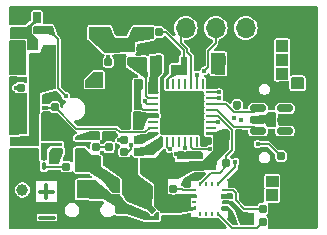
<source format=gbr>
%TF.GenerationSoftware,KiCad,Pcbnew,8.0.0*%
%TF.CreationDate,2024-06-09T10:51:48+02:00*%
%TF.ProjectId,projet s6,70726f6a-6574-4207-9336-2e6b69636164,rev?*%
%TF.SameCoordinates,Original*%
%TF.FileFunction,Copper,L1,Top*%
%TF.FilePolarity,Positive*%
%FSLAX46Y46*%
G04 Gerber Fmt 4.6, Leading zero omitted, Abs format (unit mm)*
G04 Created by KiCad (PCBNEW 8.0.0) date 2024-06-09 10:51:48*
%MOMM*%
%LPD*%
G01*
G04 APERTURE LIST*
G04 Aperture macros list*
%AMRoundRect*
0 Rectangle with rounded corners*
0 $1 Rounding radius*
0 $2 $3 $4 $5 $6 $7 $8 $9 X,Y pos of 4 corners*
0 Add a 4 corners polygon primitive as box body*
4,1,4,$2,$3,$4,$5,$6,$7,$8,$9,$2,$3,0*
0 Add four circle primitives for the rounded corners*
1,1,$1+$1,$2,$3*
1,1,$1+$1,$4,$5*
1,1,$1+$1,$6,$7*
1,1,$1+$1,$8,$9*
0 Add four rect primitives between the rounded corners*
20,1,$1+$1,$2,$3,$4,$5,0*
20,1,$1+$1,$4,$5,$6,$7,0*
20,1,$1+$1,$6,$7,$8,$9,0*
20,1,$1+$1,$8,$9,$2,$3,0*%
%AMRotRect*
0 Rectangle, with rotation*
0 The origin of the aperture is its center*
0 $1 length*
0 $2 width*
0 $3 Rotation angle, in degrees counterclockwise*
0 Add horizontal line*
21,1,$1,$2,0,0,$3*%
%AMOutline4P*
0 Free polygon, 4 corners , with rotation*
0 The origin of the aperture is its center*
0 number of corners: always 4*
0 $1 to $8 corner X, Y*
0 $9 Rotation angle, in degrees counterclockwise*
0 create outline with 4 corners*
4,1,4,$1,$2,$3,$4,$5,$6,$7,$8,$1,$2,$9*%
%AMOutline5P*
0 Free polygon, 5 corners , with rotation*
0 The origin of the aperture is its center*
0 number of corners: always 5*
0 $1 to $10 corner X, Y*
0 $11 Rotation angle, in degrees counterclockwise*
0 create outline with 5 corners*
4,1,5,$1,$2,$3,$4,$5,$6,$7,$8,$9,$10,$1,$2,$11*%
%AMOutline6P*
0 Free polygon, 6 corners , with rotation*
0 The origin of the aperture is its center*
0 number of corners: always 6*
0 $1 to $12 corner X, Y*
0 $13 Rotation angle, in degrees counterclockwise*
0 create outline with 6 corners*
4,1,6,$1,$2,$3,$4,$5,$6,$7,$8,$9,$10,$11,$12,$1,$2,$13*%
%AMOutline7P*
0 Free polygon, 7 corners , with rotation*
0 The origin of the aperture is its center*
0 number of corners: always 7*
0 $1 to $14 corner X, Y*
0 $15 Rotation angle, in degrees counterclockwise*
0 create outline with 7 corners*
4,1,7,$1,$2,$3,$4,$5,$6,$7,$8,$9,$10,$11,$12,$13,$14,$1,$2,$15*%
%AMOutline8P*
0 Free polygon, 8 corners , with rotation*
0 The origin of the aperture is its center*
0 number of corners: always 8*
0 $1 to $16 corner X, Y*
0 $17 Rotation angle, in degrees counterclockwise*
0 create outline with 8 corners*
4,1,8,$1,$2,$3,$4,$5,$6,$7,$8,$9,$10,$11,$12,$13,$14,$15,$16,$1,$2,$17*%
G04 Aperture macros list end*
%ADD10C,0.300000*%
%TA.AperFunction,NonConductor*%
%ADD11C,0.300000*%
%TD*%
%TA.AperFunction,SMDPad,CuDef*%
%ADD12Outline5P,-0.207500X0.150000X0.207500X0.150000X0.207500X0.000000X0.057500X-0.150000X-0.207500X-0.150000X270.000000*%
%TD*%
%TA.AperFunction,SMDPad,CuDef*%
%ADD13Outline5P,-0.207500X0.150000X0.057500X0.150000X0.207500X0.000000X0.207500X-0.150000X-0.207500X-0.150000X270.000000*%
%TD*%
%TA.AperFunction,SMDPad,CuDef*%
%ADD14RotRect,0.500000X0.500000X315.000000*%
%TD*%
%TA.AperFunction,SMDPad,CuDef*%
%ADD15Outline5P,-0.207500X0.000000X-0.057500X0.150000X0.207500X0.150000X0.207500X-0.150000X-0.207500X-0.150000X270.000000*%
%TD*%
%TA.AperFunction,SMDPad,CuDef*%
%ADD16Outline5P,-0.207500X0.150000X0.207500X0.150000X0.207500X-0.150000X-0.057500X-0.150000X-0.207500X0.000000X270.000000*%
%TD*%
%TA.AperFunction,SMDPad,CuDef*%
%ADD17RoundRect,0.155000X-0.155000X0.212500X-0.155000X-0.212500X0.155000X-0.212500X0.155000X0.212500X0*%
%TD*%
%TA.AperFunction,SMDPad,CuDef*%
%ADD18RoundRect,0.160000X0.160000X-0.197500X0.160000X0.197500X-0.160000X0.197500X-0.160000X-0.197500X0*%
%TD*%
%TA.AperFunction,SMDPad,CuDef*%
%ADD19RoundRect,0.160000X0.197500X0.160000X-0.197500X0.160000X-0.197500X-0.160000X0.197500X-0.160000X0*%
%TD*%
%TA.AperFunction,SMDPad,CuDef*%
%ADD20RoundRect,0.062500X-0.375000X-0.062500X0.375000X-0.062500X0.375000X0.062500X-0.375000X0.062500X0*%
%TD*%
%TA.AperFunction,SMDPad,CuDef*%
%ADD21RoundRect,0.062500X-0.062500X-0.375000X0.062500X-0.375000X0.062500X0.375000X-0.062500X0.375000X0*%
%TD*%
%TA.AperFunction,HeatsinkPad*%
%ADD22R,3.450000X3.450000*%
%TD*%
%TA.AperFunction,ComponentPad*%
%ADD23C,1.000000*%
%TD*%
%TA.AperFunction,SMDPad,CuDef*%
%ADD24RoundRect,0.155000X0.212500X0.155000X-0.212500X0.155000X-0.212500X-0.155000X0.212500X-0.155000X0*%
%TD*%
%TA.AperFunction,SMDPad,CuDef*%
%ADD25RoundRect,0.160000X-0.160000X0.197500X-0.160000X-0.197500X0.160000X-0.197500X0.160000X0.197500X0*%
%TD*%
%TA.AperFunction,SMDPad,CuDef*%
%ADD26RoundRect,0.150000X0.512500X0.150000X-0.512500X0.150000X-0.512500X-0.150000X0.512500X-0.150000X0*%
%TD*%
%TA.AperFunction,SMDPad,CuDef*%
%ADD27R,0.325000X0.250000*%
%TD*%
%TA.AperFunction,SMDPad,CuDef*%
%ADD28R,0.250000X0.325000*%
%TD*%
%TA.AperFunction,SMDPad,CuDef*%
%ADD29RoundRect,0.160000X-0.197500X-0.160000X0.197500X-0.160000X0.197500X0.160000X-0.197500X0.160000X0*%
%TD*%
%TA.AperFunction,SMDPad,CuDef*%
%ADD30RoundRect,0.100000X-0.100000X0.217500X-0.100000X-0.217500X0.100000X-0.217500X0.100000X0.217500X0*%
%TD*%
%TA.AperFunction,SMDPad,CuDef*%
%ADD31RoundRect,0.155000X0.155000X-0.212500X0.155000X0.212500X-0.155000X0.212500X-0.155000X-0.212500X0*%
%TD*%
%TA.AperFunction,SMDPad,CuDef*%
%ADD32R,0.550000X1.500000*%
%TD*%
%TA.AperFunction,SMDPad,CuDef*%
%ADD33RoundRect,0.155000X-0.212500X-0.155000X0.212500X-0.155000X0.212500X0.155000X-0.212500X0.155000X0*%
%TD*%
%TA.AperFunction,SMDPad,CuDef*%
%ADD34R,0.799999X0.250000*%
%TD*%
%TA.AperFunction,SMDPad,CuDef*%
%ADD35R,0.610000X1.420000*%
%TD*%
%TA.AperFunction,SMDPad,CuDef*%
%ADD36Outline5P,-0.650000X0.750000X0.650000X0.750000X0.650000X-0.750000X0.000000X-0.750000X-0.650000X-0.100000X270.000000*%
%TD*%
%TA.AperFunction,SMDPad,CuDef*%
%ADD37R,1.100000X3.600000*%
%TD*%
%TA.AperFunction,SMDPad,CuDef*%
%ADD38RoundRect,0.237500X0.237500X-0.300000X0.237500X0.300000X-0.237500X0.300000X-0.237500X-0.300000X0*%
%TD*%
%TA.AperFunction,SMDPad,CuDef*%
%ADD39R,0.500000X0.350000*%
%TD*%
%TA.AperFunction,SMDPad,CuDef*%
%ADD40R,0.340000X0.330000*%
%TD*%
%TA.AperFunction,SMDPad,CuDef*%
%ADD41Outline4P,-0.450000X-0.220000X0.450000X-0.220000X0.450000X0.220000X-0.450000X0.220000X90.000000*%
%TD*%
%TA.AperFunction,ComponentPad*%
%ADD42R,1.700000X1.700000*%
%TD*%
%TA.AperFunction,ComponentPad*%
%ADD43O,1.700000X1.700000*%
%TD*%
%TA.AperFunction,ComponentPad*%
%ADD44R,1.650000X1.050000*%
%TD*%
%TA.AperFunction,ViaPad*%
%ADD45C,0.400000*%
%TD*%
%TA.AperFunction,Conductor*%
%ADD46C,0.150000*%
%TD*%
%TA.AperFunction,Conductor*%
%ADD47C,0.200000*%
%TD*%
G04 APERTURE END LIST*
D10*
D11*
X184074510Y-80829400D02*
X185217368Y-80829400D01*
X184645939Y-81400828D02*
X184645939Y-80257971D01*
D10*
D11*
X184124510Y-83019400D02*
X185267368Y-83019400D01*
D12*
%TO.P,U3,1,VOUT*%
%TO.N,+3.3V*%
X193925000Y-81985000D03*
D13*
%TO.P,U3,2,GND*%
%TO.N,GND*%
X193215000Y-81985000D03*
D14*
X193570000Y-82377500D03*
D15*
%TO.P,U3,3,EN*%
%TO.N,Net-(SW6-B)*%
X193215000Y-82770000D03*
D16*
%TO.P,U3,4,VIN*%
X193925000Y-82770000D03*
%TD*%
D17*
%TO.P,C14,1*%
%TO.N,Net-(SW6-B)*%
X190980000Y-82302500D03*
%TO.P,C14,2*%
%TO.N,GND*%
X190980000Y-83437500D03*
%TD*%
D18*
%TO.P,R9,1*%
%TO.N,COMPASSCL*%
X195400000Y-80577500D03*
%TO.P,R9,2*%
%TO.N,+3.3V*%
X195400000Y-79382500D03*
%TD*%
D19*
%TO.P,R1,1*%
%TO.N,GND*%
X190017500Y-76000000D03*
%TO.P,R1,2*%
%TO.N,Net-(U2-PROG)*%
X188822500Y-76000000D03*
%TD*%
D20*
%TO.P,U1,1,VDD*%
%TO.N,+3.3V*%
X193692500Y-72410000D03*
%TO.P,U1,2,PC14*%
%TO.N,B1*%
X193692500Y-72910000D03*
%TO.P,U1,3,PC15*%
%TO.N,B2*%
X193692500Y-73410000D03*
%TO.P,U1,4,NRST*%
%TO.N,Net-(U1-NRST)*%
X193692500Y-73910000D03*
%TO.P,U1,5,VDDA*%
%TO.N,+3.3V*%
X193692500Y-74410000D03*
%TO.P,U1,6,PA0*%
%TO.N,unconnected-(U1-PA0-Pad6)*%
X193692500Y-74910000D03*
%TO.P,U1,7,PA1*%
%TO.N,ALIMGPS*%
X193692500Y-75410000D03*
%TO.P,U1,8,PA2*%
%TO.N,GPSRX*%
X193692500Y-75910000D03*
D21*
%TO.P,U1,9,PA3*%
%TO.N,GPSTX*%
X194380000Y-76597500D03*
%TO.P,U1,10,PA4*%
%TO.N,unconnected-(U1-PA4-Pad10)*%
X194880000Y-76597500D03*
%TO.P,U1,11,PA5*%
%TO.N,unconnected-(U1-PA5-Pad11)*%
X195380000Y-76597500D03*
%TO.P,U1,12,PA6*%
%TO.N,unconnected-(U1-PA6-Pad12)*%
X195880000Y-76597500D03*
%TO.P,U1,13,PA7*%
%TO.N,OLED_SCL*%
X196380000Y-76597500D03*
%TO.P,U1,14,PB0*%
%TO.N,unconnected-(U1-PB0-Pad14)*%
X196880000Y-76597500D03*
%TO.P,U1,15,PB1*%
%TO.N,unconnected-(U1-PB1-Pad15)*%
X197380000Y-76597500D03*
%TO.P,U1,16,VSS*%
%TO.N,GND*%
X197880000Y-76597500D03*
D20*
%TO.P,U1,17,VDD*%
%TO.N,+3.3V*%
X198567500Y-75910000D03*
%TO.P,U1,18,PA8*%
%TO.N,unconnected-(U1-PA8-Pad18)*%
X198567500Y-75410000D03*
%TO.P,U1,19,PA9*%
%TO.N,COMPASSCL*%
X198567500Y-74910000D03*
%TO.P,U1,20,PA10*%
%TO.N,COMPASSDA*%
X198567500Y-74410000D03*
%TO.P,U1,21,PA11*%
%TO.N,D-*%
X198567500Y-73910000D03*
%TO.P,U1,22,PA12*%
%TO.N,D+*%
X198567500Y-73410000D03*
%TO.P,U1,23,PA13*%
%TO.N,SWDIO*%
X198567500Y-72910000D03*
%TO.P,U1,24,PA14*%
%TO.N,SWCLK*%
X198567500Y-72410000D03*
D21*
%TO.P,U1,25,PA15*%
%TO.N,unconnected-(U1-PA15-Pad25)*%
X197880000Y-71722500D03*
%TO.P,U1,26,PB3*%
%TO.N,SWO*%
X197380000Y-71722500D03*
%TO.P,U1,27,PB4*%
%TO.N,OLED_SDA*%
X196880000Y-71722500D03*
%TO.P,U1,28,PB5*%
%TO.N,unconnected-(U1-PB5-Pad28)*%
X196380000Y-71722500D03*
%TO.P,U1,29,PB6*%
%TO.N,unconnected-(U1-PB6-Pad29)*%
X195880000Y-71722500D03*
%TO.P,U1,30,PB7*%
%TO.N,unconnected-(U1-PB7-Pad30)*%
X195380000Y-71722500D03*
%TO.P,U1,31,PH3*%
%TO.N,Net-(U1-PH3)*%
X194880000Y-71722500D03*
%TO.P,U1,32,VSS*%
%TO.N,GND*%
X194380000Y-71722500D03*
D22*
%TO.P,U1,33,VSS*%
X196130000Y-74160000D03*
%TD*%
D23*
%TO.P,TP5,1,1*%
%TO.N,BAT+*%
X182610000Y-80680000D03*
%TD*%
D24*
%TO.P,C3,1*%
%TO.N,GND*%
X200917500Y-75890000D03*
%TO.P,C3,2*%
%TO.N,+3.3V*%
X199782500Y-75890000D03*
%TD*%
D25*
%TO.P,R4,1*%
%TO.N,Net-(J1-CC2)*%
X204510000Y-77812500D03*
%TO.P,R4,2*%
%TO.N,GND*%
X204510000Y-79007500D03*
%TD*%
D18*
%TO.P,R15,1*%
%TO.N,Net-(U1-PH3)*%
X194180000Y-67317500D03*
%TO.P,R15,2*%
%TO.N,GND*%
X194180000Y-66122500D03*
%TD*%
D19*
%TO.P,R7,1*%
%TO.N,GPSTX*%
X192430000Y-77450000D03*
%TO.P,R7,2*%
%TO.N,Net-(PA1010D1-TX)*%
X191235000Y-77450000D03*
%TD*%
D24*
%TO.P,C15,1*%
%TO.N,+3.3V*%
X194157500Y-81160000D03*
%TO.P,C15,2*%
%TO.N,GND*%
X193022500Y-81160000D03*
%TD*%
D26*
%TO.P,U4,1,I/O1*%
%TO.N,Net-(J1-D--PadA7)*%
X204837500Y-75680000D03*
%TO.P,U4,2,GND*%
%TO.N,GND*%
X204837500Y-74730000D03*
%TO.P,U4,3,I/O2*%
%TO.N,Net-(J1-D+-PadA6)*%
X204837500Y-73780000D03*
%TO.P,U4,4,I/O2*%
%TO.N,D+*%
X202562500Y-73780000D03*
%TO.P,U4,5,VBUS*%
%TO.N,vusb*%
X202562500Y-74730000D03*
%TO.P,U4,6,I/O1*%
%TO.N,D-*%
X202562500Y-75680000D03*
%TD*%
D27*
%TO.P,IC1,1,SCL*%
%TO.N,COMPASSCL*%
X197177000Y-80710000D03*
%TO.P,IC1,2,VDD*%
%TO.N,+3.3V*%
X197177000Y-81210000D03*
%TO.P,IC1,3,NC_1*%
%TO.N,unconnected-(IC1-NC_1-Pad3)*%
X197177000Y-81710000D03*
%TO.P,IC1,4,S1*%
%TO.N,+3.3V*%
X197177000Y-82210000D03*
D28*
%TO.P,IC1,5,NC_2*%
%TO.N,unconnected-(IC1-NC_2-Pad5)*%
X197690000Y-82723000D03*
%TO.P,IC1,6,NC_3*%
%TO.N,unconnected-(IC1-NC_3-Pad6)*%
X198190000Y-82723000D03*
%TO.P,IC1,7,NC_4*%
%TO.N,unconnected-(IC1-NC_4-Pad7)*%
X198690000Y-82723000D03*
%TO.P,IC1,8,STEP*%
%TO.N,Net-(IC1-STEP)*%
X199190000Y-82723000D03*
D27*
%TO.P,IC1,9,GND_1*%
%TO.N,GND*%
X199703000Y-82210000D03*
%TO.P,IC1,10,C1*%
%TO.N,Net-(IC1-C1)*%
X199703000Y-81710000D03*
%TO.P,IC1,11,GND_2*%
%TO.N,GND*%
X199703000Y-81210000D03*
%TO.P,IC1,12,SETC*%
%TO.N,Net-(IC1-SETC)*%
X199703000Y-80710000D03*
D28*
%TO.P,IC1,13,VDDIO*%
%TO.N,+3.3V*%
X199190000Y-80197000D03*
%TO.P,IC1,14,NC_5*%
%TO.N,unconnected-(IC1-NC_5-Pad14)*%
X198690000Y-80197000D03*
%TO.P,IC1,15,DRDY*%
%TO.N,unconnected-(IC1-DRDY-Pad15)*%
X198190000Y-80197000D03*
%TO.P,IC1,16,SDA*%
%TO.N,COMPASSDA*%
X197690000Y-80197000D03*
%TD*%
D29*
%TO.P,R8,1*%
%TO.N,+3.3V*%
X198685000Y-78400000D03*
%TO.P,R8,2*%
%TO.N,COMPASSDA*%
X199880000Y-78400000D03*
%TD*%
D30*
%TO.P,D1,1,K*%
%TO.N,Net-(D1-K)*%
X184430000Y-77872500D03*
%TO.P,D1,2,A*%
%TO.N,Net-(D1-A)*%
X184430000Y-78687500D03*
%TD*%
D31*
%TO.P,C1,1*%
%TO.N,vusb*%
X188830000Y-78217500D03*
%TO.P,C1,2*%
%TO.N,Net-(C1-Pad2)*%
X188830000Y-77082500D03*
%TD*%
D29*
%TO.P,R6,1*%
%TO.N,Net-(PA1010D1-RX)*%
X191205000Y-76440000D03*
%TO.P,R6,2*%
%TO.N,GPSRX*%
X192400000Y-76440000D03*
%TD*%
D31*
%TO.P,C16,1*%
%TO.N,B1*%
X192840000Y-69817500D03*
%TO.P,C16,2*%
%TO.N,GND*%
X192840000Y-68682500D03*
%TD*%
D32*
%TO.P,SW7,1,1*%
%TO.N,Net-(U1-PH3)*%
X196285000Y-70160000D03*
%TO.P,SW7,2,2*%
%TO.N,+3.3V*%
X199535000Y-70160000D03*
%TD*%
D33*
%TO.P,C9,1*%
%TO.N,+3.3V*%
X182472500Y-70560000D03*
%TO.P,C9,2*%
%TO.N,GNDGPS*%
X183607500Y-70560000D03*
%TD*%
%TO.P,C10,1*%
%TO.N,Net-(BT1-+)*%
X182462500Y-72040000D03*
%TO.P,C10,2*%
%TO.N,GNDGPS*%
X183597500Y-72040000D03*
%TD*%
D17*
%TO.P,C12,1*%
%TO.N,+3.3V*%
X195390000Y-82222500D03*
%TO.P,C12,2*%
%TO.N,GND*%
X195390000Y-83357500D03*
%TD*%
D18*
%TO.P,R5,1*%
%TO.N,Net-(J1-CC1)*%
X200790000Y-73507500D03*
%TO.P,R5,2*%
%TO.N,GND*%
X200790000Y-72312500D03*
%TD*%
D34*
%TO.P,U2,1,GND*%
%TO.N,GND*%
X185579999Y-76300001D03*
%TO.P,U2,2,\u002ACHRG*%
%TO.N,Net-(D1-K)*%
X185579999Y-76800000D03*
%TO.P,U2,3,BAT*%
%TO.N,BAT+*%
X185579999Y-77299999D03*
%TO.P,U2,4,VCC*%
%TO.N,vusb*%
X187480001Y-77299999D03*
%TO.P,U2,5,\u002AEN/\u002AACPR*%
%TO.N,GND*%
X187480001Y-76800000D03*
%TO.P,U2,6,PROG*%
%TO.N,Net-(U2-PROG)*%
X187480001Y-76300001D03*
D35*
%TO.P,U2,7,S*%
%TO.N,GND*%
X186530000Y-76800000D03*
%TD*%
D29*
%TO.P,R13,1*%
%TO.N,+3.3V*%
X182412500Y-68460000D03*
%TO.P,R13,2*%
%TO.N,Net-(R10-Pad1)*%
X183607500Y-68460000D03*
%TD*%
D25*
%TO.P,R10,1*%
%TO.N,Net-(R10-Pad1)*%
X183860000Y-65942500D03*
%TO.P,R10,2*%
%TO.N,B2*%
X183860000Y-67137500D03*
%TD*%
%TO.P,R2,1*%
%TO.N,Net-(C1-Pad2)*%
X189940000Y-77072500D03*
%TO.P,R2,2*%
%TO.N,GND*%
X189940000Y-78267500D03*
%TD*%
D23*
%TO.P,TP1,1,1*%
%TO.N,GND*%
X182580000Y-82870000D03*
%TD*%
D19*
%TO.P,R3,1*%
%TO.N,vusb*%
X187537500Y-78730000D03*
%TO.P,R3,2*%
%TO.N,Net-(D1-A)*%
X186342500Y-78730000D03*
%TD*%
D36*
%TO.P,BT1,1,+*%
%TO.N,Net-(BT1-+)*%
X188700000Y-71370000D03*
D37*
%TO.P,BT1,2,-*%
%TO.N,GNDGPS*%
X184910000Y-70220000D03*
%TD*%
D25*
%TO.P,R11,1*%
%TO.N,Net-(R11-Pad1)*%
X191820000Y-68642500D03*
%TO.P,R11,2*%
%TO.N,B1*%
X191820000Y-69837500D03*
%TD*%
D38*
%TO.P,C13,1*%
%TO.N,Net-(IC1-C1)*%
X201730000Y-83132500D03*
%TO.P,C13,2*%
%TO.N,GND*%
X201730000Y-81407500D03*
%TD*%
D24*
%TO.P,C4,1*%
%TO.N,GND*%
X200917500Y-76840000D03*
%TO.P,C4,2*%
%TO.N,+3.3V*%
X199782500Y-76840000D03*
%TD*%
D25*
%TO.P,R14,1*%
%TO.N,ALIMGPS*%
X185360000Y-73662500D03*
%TO.P,R14,2*%
%TO.N,GND*%
X185360000Y-74857500D03*
%TD*%
D18*
%TO.P,R12,1*%
%TO.N,+3.3V*%
X189890000Y-69847500D03*
%TO.P,R12,2*%
%TO.N,Net-(R11-Pad1)*%
X189890000Y-68652500D03*
%TD*%
D33*
%TO.P,C2,1*%
%TO.N,GND*%
X191225000Y-74350000D03*
%TO.P,C2,2*%
%TO.N,+3.3V*%
X192360000Y-74350000D03*
%TD*%
D31*
%TO.P,C17,1*%
%TO.N,B2*%
X184840000Y-67117500D03*
%TO.P,C17,2*%
%TO.N,GND*%
X184840000Y-65982500D03*
%TD*%
D17*
%TO.P,C6,1*%
%TO.N,GND*%
X193930000Y-68622500D03*
%TO.P,C6,2*%
%TO.N,+3.3V*%
X193930000Y-69757500D03*
%TD*%
D39*
%TO.P,Q1,1,G*%
%TO.N,ALIMGPS*%
X184547500Y-73712500D03*
%TO.P,Q1,2,S*%
%TO.N,GND*%
X184547500Y-73062500D03*
D40*
%TO.P,Q1,3,D*%
%TO.N,GNDGPS*%
X183467500Y-73387500D03*
D41*
X183857500Y-73387500D03*
%TD*%
D33*
%TO.P,C5,1*%
%TO.N,GND*%
X191232500Y-75310000D03*
%TO.P,C5,2*%
%TO.N,+3.3V*%
X192367500Y-75310000D03*
%TD*%
%TO.P,C7,1*%
%TO.N,GND*%
X191272500Y-71640000D03*
%TO.P,C7,2*%
%TO.N,Net-(U1-NRST)*%
X192407500Y-71640000D03*
%TD*%
D32*
%TO.P,SW5,1,1*%
%TO.N,GND*%
X189130000Y-72985000D03*
%TO.P,SW5,2,2*%
%TO.N,Net-(U1-NRST)*%
X192380000Y-72985000D03*
%TD*%
D33*
%TO.P,C8,1*%
%TO.N,+3.3V*%
X182452500Y-69460000D03*
%TO.P,C8,2*%
%TO.N,GNDGPS*%
X183587500Y-69460000D03*
%TD*%
D17*
%TO.P,C18,1*%
%TO.N,GND*%
X195520000Y-69342500D03*
%TO.P,C18,2*%
%TO.N,Net-(U1-PH3)*%
X195520000Y-70477500D03*
%TD*%
%TO.P,C11,1*%
%TO.N,Net-(IC1-SETC)*%
X202970000Y-82272500D03*
%TO.P,C11,2*%
%TO.N,Net-(IC1-STEP)*%
X202970000Y-83407500D03*
%TD*%
D42*
%TO.P,J2,1,Pin_1*%
%TO.N,GND*%
X204070000Y-66970000D03*
D43*
%TO.P,J2,2,Pin_2*%
%TO.N,+3.3V*%
X201530000Y-66970000D03*
%TO.P,J2,3,Pin_3*%
%TO.N,OLED_SCL*%
X198990000Y-66970000D03*
%TO.P,J2,4,Pin_4*%
%TO.N,OLED_SDA*%
X196450000Y-66970000D03*
%TD*%
D44*
%TO.P,SW1,1,1*%
%TO.N,GND*%
X189070000Y-65930000D03*
X192920000Y-65930000D03*
%TD*%
%TO.P,SW2,1,1*%
%TO.N,GND*%
X182415000Y-65935000D03*
X186265000Y-65935000D03*
%TD*%
D45*
%TO.N,+3.3V*%
X193850000Y-71540000D03*
X193870000Y-71980000D03*
X199570000Y-69310000D03*
X193200000Y-74420000D03*
X181690000Y-68400000D03*
X192790000Y-78230000D03*
X198880000Y-69920000D03*
X193810000Y-78240000D03*
X189890000Y-69460000D03*
X192700000Y-74420000D03*
X198860000Y-69330000D03*
X182220000Y-70510000D03*
X181720000Y-70510000D03*
X192810000Y-74900000D03*
X192800000Y-78840000D03*
X197900000Y-78560000D03*
X193300000Y-78860000D03*
X181710000Y-69920000D03*
X181710000Y-68900000D03*
X200630000Y-78310000D03*
X193450000Y-71980000D03*
X194190000Y-70450000D03*
X192760000Y-75340000D03*
X197420000Y-78570000D03*
X193260000Y-78240000D03*
X193710000Y-70460000D03*
%TO.N,Net-(U1-NRST)*%
X205950000Y-71900000D03*
X205940000Y-71470000D03*
X192540000Y-73610000D03*
%TO.N,GNDGPS*%
X182510000Y-76570000D03*
X181810000Y-76570000D03*
%TO.N,Net-(BT1-+)*%
X182100000Y-72020000D03*
X188706280Y-71250688D03*
X188680000Y-71750000D03*
%TO.N,COMPASSCL*%
X199190000Y-74940000D03*
X195390000Y-80770000D03*
%TO.N,Net-(J1-CC2)*%
X202540000Y-76790000D03*
%TO.N,Net-(J1-CC1)*%
X200800000Y-73710000D03*
%TO.N,OLED_SCL*%
X196380000Y-77150000D03*
X198030000Y-70580000D03*
%TO.N,Net-(PA1010D1-TX)*%
X191820000Y-76920000D03*
%TO.N,Net-(PA1010D1-RX)*%
X190830000Y-76460000D03*
%TO.N,B2*%
X192970000Y-73190000D03*
X186270000Y-72710000D03*
%TO.N,vusb*%
X197230000Y-77748506D03*
X203800000Y-74310000D03*
X197680000Y-77740000D03*
X203800000Y-74740000D03*
X190550000Y-80150000D03*
X203810000Y-75180000D03*
X190560000Y-80630000D03*
X196110000Y-77740000D03*
X195635356Y-77674644D03*
%TO.N,SWDIO*%
X199280000Y-72910000D03*
X204600000Y-70970000D03*
X204590000Y-70550000D03*
%TO.N,SWO*%
X204610000Y-68710000D03*
X197410000Y-70950000D03*
X204600000Y-68260000D03*
%TO.N,SWCLK*%
X204580000Y-69830000D03*
X204590000Y-69400000D03*
X199270000Y-72410000D03*
%TO.N,unconnected-(U1-PA4-Pad10)*%
X204070000Y-81380000D03*
X195070000Y-77250000D03*
X204056847Y-80880170D03*
%TO.N,unconnected-(U1-PB0-Pad14)*%
X203920000Y-79730000D03*
X198465000Y-77210000D03*
X203920000Y-80220000D03*
%TO.N,Net-(SW6-B)*%
X188510000Y-80120000D03*
X187570000Y-80610000D03*
X187560000Y-80140000D03*
X188510000Y-81120000D03*
X187570000Y-81110000D03*
X188510000Y-80610000D03*
%TO.N,GND*%
X207280000Y-80900000D03*
X181790000Y-82640000D03*
X197690000Y-66930000D03*
X189670000Y-74020000D03*
X203390000Y-69270000D03*
X186720000Y-78050000D03*
X189670000Y-75020000D03*
X181810000Y-79710000D03*
X188590000Y-73100000D03*
X203780000Y-77710000D03*
X200270000Y-66260000D03*
X202330000Y-81850000D03*
X201390000Y-65470000D03*
X203490000Y-78610000D03*
X192130000Y-79020000D03*
X189790000Y-83640000D03*
X184610000Y-76250000D03*
X186810000Y-80280000D03*
X195640000Y-73670000D03*
X182800000Y-78920000D03*
X194070000Y-68020000D03*
X207390000Y-78640000D03*
X181770000Y-75770000D03*
X182780000Y-72890000D03*
X197390000Y-65470000D03*
X204730000Y-80870000D03*
X181780000Y-74290000D03*
X181790000Y-81640000D03*
X207390000Y-83640000D03*
X203700000Y-71430000D03*
X200460000Y-72820000D03*
X201740000Y-71830000D03*
X195790000Y-83640000D03*
X207280000Y-79300000D03*
X191620000Y-73570000D03*
X194650000Y-75650000D03*
X189390000Y-77540000D03*
X197620000Y-73670000D03*
X192780000Y-81970000D03*
X181720000Y-66350000D03*
X207390000Y-67500000D03*
X185600000Y-72760000D03*
X184790000Y-83640000D03*
X198450000Y-71920000D03*
X183790000Y-83640000D03*
X190390000Y-65470000D03*
X195640000Y-74660000D03*
X184620000Y-74300000D03*
X191620000Y-81200000D03*
X188490000Y-68760000D03*
X205390000Y-77640000D03*
X193790000Y-83640000D03*
X207390000Y-66440000D03*
X198450000Y-71430000D03*
X186790000Y-83640000D03*
X201850000Y-80100000D03*
X182780000Y-74290000D03*
X207390000Y-76640000D03*
X197310000Y-70420000D03*
X197860000Y-68680000D03*
X207390000Y-82740000D03*
X196630000Y-75650000D03*
X195390000Y-65470000D03*
X185390000Y-65470000D03*
X187790000Y-82040000D03*
X198380000Y-76540000D03*
X186720000Y-72330000D03*
X194650000Y-73670000D03*
X183780000Y-77410000D03*
X197620000Y-74660000D03*
X205590000Y-83640000D03*
X182780000Y-73590000D03*
X185750000Y-79510000D03*
X205780000Y-80900000D03*
X205800000Y-69880000D03*
X205780000Y-80100000D03*
X195640000Y-75650000D03*
X202380000Y-71840000D03*
X184610000Y-75250000D03*
X194790000Y-83640000D03*
X207300000Y-69880000D03*
X203370000Y-69880000D03*
X187640000Y-67370000D03*
X206390000Y-77640000D03*
X186100000Y-71510000D03*
X205800000Y-69080000D03*
X184960000Y-79480000D03*
X183780000Y-78070000D03*
X194650000Y-74660000D03*
X199530000Y-68130000D03*
X206530000Y-80900000D03*
X189820000Y-73110000D03*
X181800000Y-78920000D03*
X187530000Y-71500000D03*
X187960000Y-73110000D03*
X206550000Y-69080000D03*
X206540000Y-72620000D03*
X192390000Y-65470000D03*
X185830000Y-82880000D03*
X206550000Y-70680000D03*
X196630000Y-74660000D03*
X187540000Y-71030000D03*
X194730000Y-67970000D03*
X189830000Y-72180000D03*
X207390000Y-81840000D03*
X185820000Y-82220000D03*
X190420000Y-75020000D03*
X189390000Y-76600000D03*
X207400000Y-68450000D03*
X206390000Y-65470000D03*
X181830000Y-71310000D03*
X197220000Y-68690000D03*
X188170000Y-74020000D03*
X191470711Y-67074977D03*
X190600000Y-78340000D03*
X188440000Y-72330000D03*
X203810000Y-72300000D03*
X184460000Y-65460000D03*
X200950000Y-79280000D03*
X182770000Y-75770000D03*
X201850000Y-80900000D03*
X205800000Y-70680000D03*
X202810000Y-71440000D03*
X190620000Y-79040000D03*
X207390000Y-65470000D03*
X186250000Y-78050000D03*
X207300000Y-69080000D03*
X181770000Y-80640000D03*
X190900000Y-72200000D03*
X198390000Y-65470000D03*
X185040000Y-72750000D03*
X206490000Y-83640000D03*
X182790000Y-81640000D03*
X188170000Y-76830000D03*
X182790000Y-83640000D03*
X197620000Y-72680000D03*
X191390000Y-65470000D03*
X202790000Y-67500000D03*
X192440000Y-68750000D03*
X190890000Y-70690000D03*
X185790000Y-83640000D03*
X199690000Y-71430000D03*
X186080000Y-68780000D03*
X202830000Y-81580000D03*
X188790000Y-82040000D03*
X182780000Y-77410000D03*
X198790000Y-83640000D03*
X182830000Y-71310000D03*
X200390000Y-65470000D03*
X187350000Y-79510000D03*
X207390000Y-74640000D03*
X188150000Y-79510000D03*
X187880000Y-68200000D03*
X202740000Y-69870000D03*
X187880000Y-68780000D03*
X201850000Y-79300000D03*
X200290000Y-81180000D03*
X192320000Y-81600000D03*
X200270000Y-66810000D03*
X188920000Y-74020000D03*
X194390000Y-65470000D03*
X195140000Y-66200000D03*
X203390000Y-65470000D03*
X194450425Y-68786961D03*
X195640000Y-72680000D03*
X207390000Y-72640000D03*
X187280000Y-68200000D03*
X202340000Y-78240000D03*
X205780000Y-79300000D03*
X199070000Y-71430000D03*
X200940000Y-76360000D03*
X200580000Y-83430000D03*
X190590000Y-76990000D03*
X191620000Y-73110000D03*
X197760000Y-79410000D03*
X196390000Y-65470000D03*
X191000000Y-67380000D03*
X202750000Y-79300000D03*
X188790000Y-83640000D03*
X207390000Y-71640000D03*
X199040000Y-71920000D03*
X206120000Y-74910000D03*
X204690000Y-83640000D03*
X188920000Y-75020000D03*
X186790000Y-81260000D03*
X201960000Y-69860000D03*
X202760000Y-69290000D03*
X189830000Y-70680000D03*
X207390000Y-77640000D03*
X195150000Y-66930000D03*
X186100000Y-71070000D03*
X203790000Y-83640000D03*
X181780000Y-73590000D03*
X188170000Y-75020000D03*
X190570000Y-77710000D03*
X181780000Y-77410000D03*
X198460000Y-68130000D03*
X196670000Y-68190000D03*
X192790000Y-83640000D03*
X197790000Y-83640000D03*
X196630000Y-73670000D03*
X186680000Y-68230000D03*
X202750000Y-80900000D03*
X191790000Y-83640000D03*
X204390000Y-65470000D03*
X190790000Y-83640000D03*
X199390000Y-65470000D03*
X197700000Y-66230000D03*
X204460000Y-72300000D03*
X204710000Y-79780000D03*
X201230000Y-78290000D03*
X195410000Y-68640000D03*
X206530000Y-79300000D03*
X205770000Y-72630000D03*
X191800000Y-71200000D03*
X186860000Y-75830000D03*
X186080000Y-68230000D03*
X193410000Y-68570000D03*
X190546733Y-67077157D03*
X196790000Y-83640000D03*
X187660000Y-66420000D03*
X181790000Y-83640000D03*
X207390000Y-73640000D03*
X194650000Y-72680000D03*
X187790000Y-83640000D03*
X181780000Y-72890000D03*
X196630000Y-72680000D03*
X197160000Y-79410000D03*
X207300000Y-70680000D03*
X202750000Y-80100000D03*
X187390000Y-65470000D03*
X203780000Y-82060000D03*
X190420000Y-74020000D03*
X183040000Y-65490000D03*
X199510000Y-83650000D03*
X202800000Y-66250000D03*
X185560000Y-75810000D03*
X205390000Y-65470000D03*
X201760000Y-78230000D03*
X207280000Y-80100000D03*
X181730000Y-65490000D03*
X202390000Y-65470000D03*
X191350000Y-79030000D03*
X183820000Y-82220000D03*
X199160000Y-68730000D03*
X196510000Y-80250000D03*
X200960000Y-80110000D03*
X193420000Y-80460000D03*
X200340000Y-82970000D03*
X207390000Y-75640000D03*
%TO.N,BAT+*%
X185590000Y-77670000D03*
X185090000Y-77670000D03*
X185560000Y-78190000D03*
X185080000Y-78184280D03*
%TO.N,Net-(R10-Pad1)*%
X181820000Y-67070000D03*
X182980000Y-67670000D03*
X182980000Y-67070000D03*
X181830000Y-67650000D03*
%TO.N,Net-(R11-Pad1)*%
X189670000Y-67650000D03*
X192300000Y-67630000D03*
X193500000Y-67630000D03*
X188470000Y-67050000D03*
X192300000Y-67030000D03*
X193500000Y-67030000D03*
X188470000Y-67650000D03*
X189670000Y-67050000D03*
%TO.N,Net-(J1-D--PadA7)*%
X204940000Y-75670000D03*
X200560000Y-74590000D03*
%TO.N,Net-(J1-D+-PadA6)*%
X201090000Y-74730000D03*
X204930000Y-73770000D03*
%TD*%
D46*
%TO.N,Net-(C1-Pad2)*%
X189940000Y-77072500D02*
X188840000Y-77072500D01*
X188840000Y-77072500D02*
X188830000Y-77082500D01*
D47*
%TO.N,+3.3V*%
X200630000Y-78310000D02*
X200630000Y-78757000D01*
X200630000Y-78757000D02*
X199190000Y-80197000D01*
X189890000Y-69460000D02*
X189890000Y-69847500D01*
D46*
%TO.N,Net-(U1-NRST)*%
X192530000Y-73610000D02*
X192380000Y-73460000D01*
X192380000Y-72985000D02*
X192380000Y-73510000D01*
X192540000Y-73610000D02*
X192530000Y-73610000D01*
X192380000Y-73460000D02*
X192380000Y-72985000D01*
X192830000Y-73910000D02*
X193692500Y-73910000D01*
X192540000Y-73620000D02*
X192830000Y-73910000D01*
X192540000Y-73610000D02*
X192540000Y-73620000D01*
%TO.N,Net-(BT1-+)*%
X182120000Y-72040000D02*
X182100000Y-72020000D01*
X182462500Y-72040000D02*
X182120000Y-72040000D01*
%TO.N,Net-(IC1-SETC)*%
X200450000Y-80710000D02*
X199703000Y-80710000D01*
X200690000Y-80950000D02*
X200450000Y-80710000D01*
X201403000Y-82272500D02*
X200690000Y-81559500D01*
X200690000Y-81559500D02*
X200690000Y-80950000D01*
X202970000Y-82272500D02*
X201403000Y-82272500D01*
%TO.N,Net-(IC1-STEP)*%
X200342000Y-83875000D02*
X202502500Y-83875000D01*
X199190000Y-82723000D02*
X200342000Y-83875000D01*
X202502500Y-83875000D02*
X202970000Y-83407500D01*
%TO.N,Net-(D1-A)*%
X184472500Y-78730000D02*
X184430000Y-78687500D01*
X186342500Y-78730000D02*
X184472500Y-78730000D01*
%TO.N,COMPASSCL*%
X195400000Y-80577500D02*
X195390000Y-80770000D01*
X196087500Y-80577500D02*
X195400000Y-80577500D01*
X196220000Y-80710000D02*
X197177000Y-80710000D01*
X199190000Y-74940000D02*
X199160000Y-74910000D01*
X196220000Y-80710000D02*
X196087500Y-80577500D01*
X199160000Y-74910000D02*
X198567500Y-74910000D01*
%TO.N,COMPASSDA*%
X200350000Y-75569507D02*
X200350000Y-77330000D01*
X197690000Y-80197000D02*
X197690000Y-80159500D01*
X200350000Y-77330000D02*
X199880000Y-77800000D01*
X198567500Y-74410000D02*
X199190493Y-74410000D01*
X199190493Y-74410000D02*
X200350000Y-75569507D01*
X198589500Y-79260000D02*
X199310000Y-79260000D01*
X199310000Y-79260000D02*
X199880000Y-78690000D01*
X199880000Y-78690000D02*
X199880000Y-78400000D01*
X199880000Y-77800000D02*
X199880000Y-78400000D01*
X197690000Y-80159500D02*
X198589500Y-79260000D01*
%TO.N,Net-(J1-CC2)*%
X202540000Y-76790000D02*
X203487500Y-76790000D01*
X203487500Y-76790000D02*
X204510000Y-77812500D01*
%TO.N,Net-(J1-CC1)*%
X200790000Y-73700000D02*
X200800000Y-73710000D01*
X200790000Y-73507500D02*
X200790000Y-73700000D01*
%TO.N,OLED_SCL*%
X198990000Y-68260000D02*
X198990000Y-66970000D01*
X198030000Y-70580000D02*
X198350000Y-70260000D01*
X198350000Y-70260000D02*
X198350000Y-68900000D01*
X196380000Y-77150000D02*
X196380000Y-76597500D01*
X198350000Y-68900000D02*
X198990000Y-68260000D01*
%TO.N,OLED_SDA*%
X196040000Y-67380000D02*
X196450000Y-66970000D01*
X196880000Y-69320000D02*
X196535000Y-68975000D01*
X196535000Y-68975000D02*
X196535000Y-68731446D01*
X196880000Y-71722500D02*
X196880000Y-69320000D01*
X196535000Y-68731446D02*
X196040000Y-68236446D01*
X196040000Y-68236446D02*
X196040000Y-67380000D01*
%TO.N,Net-(PA1010D1-TX)*%
X191820000Y-77180000D02*
X191550000Y-77450000D01*
X191550000Y-77450000D02*
X191235000Y-77450000D01*
X191820000Y-76920000D02*
X191820000Y-77180000D01*
%TO.N,ALIMGPS*%
X190574014Y-75490000D02*
X187187500Y-75490000D01*
X193692500Y-75410000D02*
X193417392Y-75410000D01*
X185310000Y-73712500D02*
X185360000Y-73662500D01*
X193417392Y-75410000D02*
X193032392Y-75795000D01*
X184547500Y-73712500D02*
X185310000Y-73712500D01*
X190879014Y-75795000D02*
X190574014Y-75490000D01*
X193032392Y-75795000D02*
X190879014Y-75795000D01*
X187187500Y-75490000D02*
X185360000Y-73662500D01*
%TO.N,B2*%
X193190000Y-73410000D02*
X192970000Y-73190000D01*
X185635000Y-72075000D02*
X185635000Y-67912500D01*
X185635000Y-67912500D02*
X184840000Y-67117500D01*
X186270000Y-72710000D02*
X185635000Y-72075000D01*
X193692500Y-73410000D02*
X193190000Y-73410000D01*
%TO.N,B1*%
X193692500Y-72910000D02*
X193255001Y-72910000D01*
X192840000Y-70750000D02*
X192840000Y-69817500D01*
X193060000Y-70970000D02*
X192840000Y-70750000D01*
X193255001Y-72910000D02*
X193060000Y-72714999D01*
X193060000Y-72714999D02*
X193060000Y-70970000D01*
%TO.N,SWDIO*%
X198567500Y-72910000D02*
X199280000Y-72910000D01*
%TO.N,SWO*%
X197410000Y-71110000D02*
X197380000Y-71140000D01*
X197380000Y-71140000D02*
X197380000Y-71722500D01*
X197410000Y-70950000D02*
X197410000Y-71110000D01*
%TO.N,SWCLK*%
X198567500Y-72410000D02*
X199270000Y-72410000D01*
%TO.N,unconnected-(U1-PA4-Pad10)*%
X194880000Y-77060000D02*
X194880000Y-76597500D01*
X195070000Y-77250000D02*
X194880000Y-77060000D01*
D47*
%TO.N,D+*%
X199821448Y-73410000D02*
X200521448Y-74110000D01*
X198567500Y-73410000D02*
X199821448Y-73410000D01*
X202232500Y-74110000D02*
X202562500Y-73780000D01*
X200521448Y-74110000D02*
X202232500Y-74110000D01*
%TO.N,D-*%
X202262500Y-75380000D02*
X202562500Y-75680000D01*
X199079401Y-73910000D02*
X200549401Y-75380000D01*
X200549401Y-75380000D02*
X202262500Y-75380000D01*
X198567500Y-73910000D02*
X199079401Y-73910000D01*
D46*
%TO.N,unconnected-(U1-PB0-Pad14)*%
X197085001Y-77240000D02*
X196880000Y-77034999D01*
X198435000Y-77240000D02*
X197085001Y-77240000D01*
X198465000Y-77210000D02*
X198435000Y-77240000D01*
X196880000Y-77034999D02*
X196880000Y-76597500D01*
%TO.N,GND*%
X184647500Y-72962500D02*
X184547500Y-73062500D01*
%TO.N,Net-(U1-PH3)*%
X194880000Y-71722500D02*
X194880000Y-71447392D01*
X194180000Y-67317500D02*
X194767500Y-67317500D01*
X196285000Y-68835000D02*
X196285000Y-70160000D01*
X194767500Y-67317500D02*
X196285000Y-68835000D01*
%TD*%
%TA.AperFunction,Conductor*%
%TO.N,Net-(R11-Pad1)*%
G36*
X189962521Y-66859730D02*
G01*
X190014723Y-66881701D01*
X190029542Y-66903272D01*
X190429998Y-67789998D01*
X190429999Y-67789998D01*
X190430000Y-67790000D01*
X191560085Y-67799913D01*
X191569999Y-67800000D01*
X191569999Y-67799999D01*
X191570000Y-67800000D01*
X192009836Y-66901203D01*
X192052303Y-66863732D01*
X192075871Y-66859733D01*
X193674138Y-66850441D01*
X193726589Y-66871811D01*
X193748567Y-66924010D01*
X193748555Y-66925849D01*
X193731148Y-67839681D01*
X193708481Y-67891585D01*
X193670686Y-67911026D01*
X192170000Y-68189999D01*
X192169999Y-68190000D01*
X192137838Y-68730310D01*
X192136845Y-68738760D01*
X192134864Y-68749997D01*
X192134864Y-68751886D01*
X192135694Y-68766322D01*
X192124110Y-68960943D01*
X192099365Y-69011888D01*
X192050824Y-69030544D01*
X189607912Y-69049780D01*
X189558896Y-69031731D01*
X189557525Y-69030544D01*
X188265892Y-67912414D01*
X188240517Y-67861780D01*
X188240329Y-67855754D01*
X188240865Y-67800000D01*
X188249291Y-66923704D01*
X188271468Y-66871590D01*
X188323706Y-66850418D01*
X189962521Y-66859730D01*
G37*
%TD.AperFunction*%
%TD*%
%TA.AperFunction,Conductor*%
%TO.N,Net-(SW6-B)*%
G36*
X188780738Y-79867162D02*
G01*
X190210000Y-81050000D01*
X190839200Y-81059391D01*
X190891197Y-81081844D01*
X190901259Y-81094829D01*
X191350000Y-81830000D01*
X193196074Y-82524759D01*
X193220819Y-82540218D01*
X193366810Y-82678098D01*
X193389970Y-82729783D01*
X193390000Y-82731897D01*
X193390000Y-82850000D01*
X193760000Y-82850000D01*
X193760000Y-82740652D01*
X193781674Y-82688326D01*
X193837889Y-82632111D01*
X193899496Y-82570503D01*
X193948975Y-82548885D01*
X194105351Y-82542871D01*
X194158471Y-82562518D01*
X194182140Y-82613972D01*
X194182164Y-82614672D01*
X194197810Y-83154477D01*
X194177661Y-83207409D01*
X194125985Y-83230590D01*
X194124448Y-83230619D01*
X192993163Y-83239892D01*
X192967607Y-83235562D01*
X191890943Y-82850000D01*
X191500000Y-82710000D01*
X191486685Y-82709866D01*
X190568069Y-82700680D01*
X190515962Y-82678484D01*
X190495008Y-82632111D01*
X190489891Y-82562518D01*
X190450000Y-82020000D01*
X190449999Y-82019999D01*
X189989999Y-81767450D01*
X189430000Y-81460000D01*
X189301748Y-81455378D01*
X187281805Y-81382587D01*
X187230294Y-81359043D01*
X187210472Y-81308149D01*
X187219519Y-79933034D01*
X187241536Y-79880854D01*
X187293034Y-79859525D01*
X188733080Y-79850174D01*
X188780738Y-79867162D01*
G37*
%TD.AperFunction*%
%TD*%
%TA.AperFunction,Conductor*%
%TO.N,Net-(U1-NRST)*%
G36*
X206418326Y-71171674D02*
G01*
X206440000Y-71224000D01*
X206440000Y-72076694D01*
X206418326Y-72129020D01*
X206366698Y-72150691D01*
X205454698Y-72159295D01*
X205402170Y-72138115D01*
X205380003Y-72085996D01*
X205380000Y-72085298D01*
X205380000Y-71224000D01*
X205401674Y-71171674D01*
X205454000Y-71150000D01*
X206366000Y-71150000D01*
X206418326Y-71171674D01*
G37*
%TD.AperFunction*%
%TD*%
%TA.AperFunction,Conductor*%
%TO.N,SWO*%
G36*
X205108326Y-68021674D02*
G01*
X205130000Y-68074000D01*
X205130000Y-68926694D01*
X205108326Y-68979020D01*
X205056698Y-69000691D01*
X204144698Y-69009295D01*
X204092170Y-68988115D01*
X204070003Y-68935996D01*
X204070000Y-68935298D01*
X204070000Y-68074000D01*
X204091674Y-68021674D01*
X204144000Y-68000000D01*
X205056000Y-68000000D01*
X205108326Y-68021674D01*
G37*
%TD.AperFunction*%
%TD*%
%TA.AperFunction,Conductor*%
%TO.N,vusb*%
G36*
X204033039Y-74109685D02*
G01*
X204078794Y-74162489D01*
X204090000Y-74214000D01*
X204090000Y-74465191D01*
X204087617Y-74489383D01*
X204074500Y-74555323D01*
X204074500Y-74904675D01*
X204087617Y-74970615D01*
X204090000Y-74994808D01*
X204090000Y-75256000D01*
X204070315Y-75323039D01*
X204017511Y-75368794D01*
X203966000Y-75380000D01*
X203435825Y-75380000D01*
X203368786Y-75360315D01*
X203333118Y-75325478D01*
X203140000Y-75040000D01*
X202037969Y-75057919D01*
X201970618Y-75039327D01*
X201924011Y-74987273D01*
X201911968Y-74932030D01*
X201918183Y-74528087D01*
X201938896Y-74461360D01*
X201992398Y-74416423D01*
X202038034Y-74406065D01*
X203120000Y-74370000D01*
X203312796Y-74135292D01*
X203370560Y-74095984D01*
X203408614Y-74090000D01*
X203966000Y-74090000D01*
X204033039Y-74109685D01*
G37*
%TD.AperFunction*%
%TD*%
%TA.AperFunction,Conductor*%
%TO.N,+3.3V*%
G36*
X194424704Y-69302427D02*
G01*
X194447907Y-69354093D01*
X194447913Y-69358242D01*
X194410679Y-70754532D01*
X194393787Y-70799651D01*
X194080000Y-71179999D01*
X194080000Y-72160000D01*
X194084861Y-72161945D01*
X194125395Y-72201502D01*
X194131349Y-72228597D01*
X194137909Y-72464741D01*
X194117697Y-72517649D01*
X194065993Y-72540767D01*
X194064717Y-72540792D01*
X193310279Y-72548733D01*
X193257728Y-72527611D01*
X193235504Y-72475516D01*
X193235500Y-72474737D01*
X193235500Y-71818373D01*
X193237262Y-71802320D01*
X193420000Y-70980000D01*
X193429572Y-69381424D01*
X193451559Y-69329230D01*
X193501394Y-69307900D01*
X194371763Y-69282301D01*
X194424704Y-69302427D01*
G37*
%TD.AperFunction*%
%TD*%
%TA.AperFunction,Conductor*%
%TO.N,+3.3V*%
G36*
X200133972Y-75601674D02*
G01*
X200137387Y-75605089D01*
X200159061Y-75657415D01*
X200159056Y-75658306D01*
X200140391Y-77207510D01*
X200118088Y-77259571D01*
X200115814Y-77261699D01*
X199070001Y-78199998D01*
X199069999Y-78200000D01*
X199033377Y-78959915D01*
X199009209Y-79011137D01*
X198959835Y-79030352D01*
X197040002Y-79039999D01*
X197039999Y-79040000D01*
X195798051Y-79789111D01*
X195758918Y-79799739D01*
X194970000Y-79789999D01*
X194970000Y-79790000D01*
X194970000Y-81020000D01*
X195144254Y-81022780D01*
X195157499Y-81024192D01*
X195214346Y-81035500D01*
X195227803Y-81035500D01*
X195253112Y-81039963D01*
X195337012Y-81070499D01*
X195337012Y-81070500D01*
X195337014Y-81070500D01*
X195442988Y-81070500D01*
X195442987Y-81070499D01*
X195526888Y-81039963D01*
X195552197Y-81035500D01*
X195585654Y-81035500D01*
X195604340Y-81031783D01*
X195619937Y-81030371D01*
X196850000Y-81050000D01*
X197346000Y-81050000D01*
X197398326Y-81071674D01*
X197420000Y-81124000D01*
X197420000Y-81286000D01*
X197398326Y-81338326D01*
X197346000Y-81360000D01*
X196880000Y-81360000D01*
X196870000Y-82090000D01*
X197270006Y-82073333D01*
X197323189Y-82092810D01*
X197347023Y-82144188D01*
X197347036Y-82150008D01*
X197342144Y-82282093D01*
X197318548Y-82333581D01*
X197283268Y-82351803D01*
X195857205Y-82648500D01*
X195842632Y-82650049D01*
X194402009Y-82659783D01*
X194349538Y-82638463D01*
X194347923Y-82636819D01*
X194280699Y-82566233D01*
X194267057Y-82546124D01*
X194254319Y-82518433D01*
X194254317Y-82518429D01*
X194246240Y-82503978D01*
X194246239Y-82503976D01*
X194195068Y-82463569D01*
X194195063Y-82463566D01*
X194192397Y-82462580D01*
X194164487Y-82444211D01*
X193790944Y-82051991D01*
X193770542Y-81999636D01*
X193790000Y-80910011D01*
X193790000Y-80190000D01*
X193789999Y-80189999D01*
X192591887Y-79352295D01*
X192561423Y-79304549D01*
X192560292Y-79291098D01*
X192569448Y-78073444D01*
X192591515Y-78021282D01*
X192643446Y-78000000D01*
X193959999Y-78000000D01*
X193960000Y-78000000D01*
X194488173Y-77241351D01*
X194535857Y-77210792D01*
X194548195Y-77209636D01*
X194694703Y-77208240D01*
X194747231Y-77229415D01*
X194768282Y-77269387D01*
X194783265Y-77354361D01*
X194836252Y-77446139D01*
X194917429Y-77514254D01*
X194917432Y-77514256D01*
X195017011Y-77550499D01*
X195017012Y-77550500D01*
X195017014Y-77550500D01*
X195122988Y-77550500D01*
X195122988Y-77550499D01*
X195222568Y-77514256D01*
X195226352Y-77511080D01*
X195280365Y-77494044D01*
X195330605Y-77520191D01*
X195347642Y-77574205D01*
X195346799Y-77580612D01*
X195330220Y-77674643D01*
X195348621Y-77779006D01*
X195401608Y-77870783D01*
X195440143Y-77903117D01*
X195482788Y-77938900D01*
X195496370Y-77943843D01*
X195538127Y-77982105D01*
X195545049Y-78014737D01*
X195539999Y-78289999D01*
X195540000Y-78290000D01*
X197790000Y-78270000D01*
X198117219Y-77903117D01*
X198123111Y-77897218D01*
X198571003Y-77496829D01*
X198595004Y-77482468D01*
X198617568Y-77474256D01*
X198698748Y-77406138D01*
X198720866Y-77367826D01*
X198735626Y-77349666D01*
X198780000Y-77310000D01*
X198790000Y-76460000D01*
X198780000Y-76030000D01*
X198779999Y-76030000D01*
X198195121Y-76038861D01*
X198142473Y-76017981D01*
X198120008Y-75965990D01*
X198120000Y-75964869D01*
X198120000Y-75854000D01*
X198141674Y-75801674D01*
X198194000Y-75780000D01*
X199009999Y-75780000D01*
X199010000Y-75780000D01*
X199322320Y-75590714D01*
X199360674Y-75580000D01*
X200081646Y-75580000D01*
X200133972Y-75601674D01*
G37*
%TD.AperFunction*%
%TD*%
%TA.AperFunction,Conductor*%
%TO.N,+3.3V*%
G36*
X182908073Y-68031674D02*
G01*
X182929747Y-68084000D01*
X182929747Y-68084253D01*
X182920255Y-70865242D01*
X182898402Y-70917493D01*
X182846002Y-70938989D01*
X182845248Y-70938982D01*
X181523493Y-70920999D01*
X181471467Y-70898615D01*
X181450500Y-70847006D01*
X181450500Y-68084000D01*
X181472174Y-68031674D01*
X181524500Y-68010000D01*
X182855747Y-68010000D01*
X182908073Y-68031674D01*
G37*
%TD.AperFunction*%
%TD*%
%TA.AperFunction,Conductor*%
%TO.N,vusb*%
G36*
X196255476Y-77424463D02*
G01*
X196327012Y-77450499D01*
X196327012Y-77450500D01*
X196327014Y-77450500D01*
X196432988Y-77450500D01*
X196432987Y-77450499D01*
X196504524Y-77424463D01*
X196529833Y-77420000D01*
X197673359Y-77420000D01*
X197705037Y-77427123D01*
X197837679Y-77489953D01*
X197875689Y-77531940D01*
X197880000Y-77556829D01*
X197880000Y-77970396D01*
X197858326Y-78022722D01*
X197847047Y-78031968D01*
X197808169Y-78057886D01*
X197768164Y-78070307D01*
X195737316Y-78098911D01*
X195684690Y-78077976D01*
X195662281Y-78025960D01*
X195662307Y-78022710D01*
X195678155Y-77491790D01*
X195701381Y-77440136D01*
X195752122Y-77420000D01*
X196230167Y-77420000D01*
X196255476Y-77424463D01*
G37*
%TD.AperFunction*%
%TD*%
%TA.AperFunction,Conductor*%
%TO.N,B1*%
G36*
X193119293Y-69491674D02*
G01*
X193140960Y-69543025D01*
X193150000Y-70230000D01*
X193150001Y-70230013D01*
X193205032Y-71101336D01*
X193186699Y-71154924D01*
X193135843Y-71179853D01*
X193131179Y-71180000D01*
X193002913Y-71180000D01*
X192961096Y-71167052D01*
X191551092Y-70201296D01*
X191520170Y-70153846D01*
X191518939Y-70142338D01*
X191502143Y-69546083D01*
X191522336Y-69493168D01*
X191574030Y-69470029D01*
X191576114Y-69470000D01*
X193066967Y-69470000D01*
X193119293Y-69491674D01*
G37*
%TD.AperFunction*%
%TD*%
%TA.AperFunction,Conductor*%
%TO.N,GNDGPS*%
G36*
X185402539Y-68439685D02*
G01*
X185448294Y-68492489D01*
X185459500Y-68544000D01*
X185459500Y-72040228D01*
X185439815Y-72107267D01*
X185387011Y-72153022D01*
X185365175Y-72160625D01*
X184110000Y-72469999D01*
X183990000Y-76080014D01*
X183990000Y-76875490D01*
X183970315Y-76942529D01*
X183917511Y-76988284D01*
X183865492Y-76999489D01*
X181675123Y-76990512D01*
X181608165Y-76970553D01*
X181562626Y-76917562D01*
X181551642Y-76864885D01*
X181559227Y-76287063D01*
X181579789Y-76220288D01*
X181633189Y-76175230D01*
X181680131Y-76164730D01*
X183170794Y-76127695D01*
X183199499Y-69190827D01*
X183219461Y-69123873D01*
X183272454Y-69078337D01*
X183320798Y-69067373D01*
X184120000Y-69050000D01*
X184329579Y-68499853D01*
X184371838Y-68444217D01*
X184437471Y-68420257D01*
X184445454Y-68420000D01*
X185335500Y-68420000D01*
X185402539Y-68439685D01*
G37*
%TD.AperFunction*%
%TD*%
%TA.AperFunction,Conductor*%
%TO.N,GPSTX*%
G36*
X194486102Y-76172688D02*
G01*
X194509936Y-76224066D01*
X194510000Y-76227147D01*
X194510000Y-76966835D01*
X194488326Y-77019161D01*
X194485245Y-77022070D01*
X193700065Y-77722110D01*
X193653131Y-77740839D01*
X192155180Y-77787650D01*
X192102203Y-77767621D01*
X192078905Y-77715997D01*
X192078877Y-77714790D01*
X192071045Y-77190047D01*
X192091936Y-77137406D01*
X192139886Y-77115124D01*
X192930000Y-77060000D01*
X194252674Y-76171636D01*
X194290850Y-76159131D01*
X194432920Y-76153211D01*
X194486102Y-76172688D01*
G37*
%TD.AperFunction*%
%TD*%
%TA.AperFunction,Conductor*%
%TO.N,Net-(U2-PROG)*%
G36*
X189114681Y-75699685D02*
G01*
X189160436Y-75752489D01*
X189171631Y-75802347D01*
X189178339Y-76305532D01*
X189159550Y-76372828D01*
X189107360Y-76419283D01*
X189055525Y-76431179D01*
X187195175Y-76448813D01*
X187127952Y-76429765D01*
X187081699Y-76377397D01*
X187070000Y-76324819D01*
X187070000Y-76245694D01*
X187089685Y-76178655D01*
X187142489Y-76132900D01*
X187150137Y-76129711D01*
X188318812Y-75688007D01*
X188362651Y-75680000D01*
X189047642Y-75680000D01*
X189114681Y-75699685D01*
G37*
%TD.AperFunction*%
%TD*%
%TA.AperFunction,Conductor*%
%TO.N,unconnected-(U1-PB0-Pad14)*%
G36*
X204278384Y-79487806D02*
G01*
X204300058Y-79540132D01*
X204300058Y-80392826D01*
X204278384Y-80445152D01*
X204226756Y-80466823D01*
X203314756Y-80475427D01*
X203262228Y-80454247D01*
X203240061Y-80402128D01*
X203240058Y-80401430D01*
X203240058Y-79540132D01*
X203261732Y-79487806D01*
X203314058Y-79466132D01*
X204226058Y-79466132D01*
X204278384Y-79487806D01*
G37*
%TD.AperFunction*%
%TD*%
%TA.AperFunction,Conductor*%
%TO.N,Net-(R10-Pad1)*%
G36*
X184158326Y-65631674D02*
G01*
X184180000Y-65684000D01*
X184180000Y-66466000D01*
X184158326Y-66518326D01*
X184106000Y-66540000D01*
X183859998Y-66540000D01*
X183697085Y-66659469D01*
X183653783Y-66673794D01*
X183613713Y-66674042D01*
X183613027Y-66674049D01*
X183613026Y-66674048D01*
X183612728Y-66674052D01*
X183612717Y-66674053D01*
X183572276Y-66682646D01*
X183572274Y-66682646D01*
X183520268Y-66705039D01*
X183505611Y-66712764D01*
X183463960Y-66762926D01*
X183443014Y-66815549D01*
X183441889Y-66821647D01*
X183412882Y-66867886D01*
X183410000Y-66869999D01*
X183400000Y-67400000D01*
X183437408Y-67442950D01*
X183449771Y-67465057D01*
X183450410Y-67464788D01*
X183451798Y-67468076D01*
X183451799Y-67468077D01*
X183473466Y-67519375D01*
X183480700Y-67533450D01*
X183530280Y-67575795D01*
X183549930Y-67583934D01*
X183577416Y-67603700D01*
X183922143Y-67999498D01*
X183940335Y-68047186D01*
X183949084Y-68755854D01*
X183928058Y-68808444D01*
X183876004Y-68830762D01*
X183875853Y-68830764D01*
X183107687Y-68838683D01*
X183055140Y-68817550D01*
X183032928Y-68765450D01*
X183032924Y-68764570D01*
X183035246Y-68084360D01*
X183027216Y-68043627D01*
X183008937Y-67999498D01*
X183005548Y-67991315D01*
X183005546Y-67991311D01*
X183005542Y-67991301D01*
X182998026Y-67976550D01*
X182997721Y-67975951D01*
X182989660Y-67941562D01*
X182990000Y-67910000D01*
X182989998Y-67909999D01*
X182989999Y-67909999D01*
X182886475Y-67909264D01*
X182872566Y-67907845D01*
X182855747Y-67904500D01*
X182214743Y-67904500D01*
X182214218Y-67904498D01*
X181654185Y-67900526D01*
X181602014Y-67878481D01*
X181580712Y-67826003D01*
X181580713Y-67825817D01*
X181583117Y-67575794D01*
X181589300Y-66932738D01*
X181611477Y-66880624D01*
X181662740Y-66859453D01*
X182920000Y-66850000D01*
X183470000Y-66470000D01*
X183515947Y-65679704D01*
X183540621Y-65628725D01*
X183589822Y-65610000D01*
X184106000Y-65610000D01*
X184158326Y-65631674D01*
G37*
%TD.AperFunction*%
%TD*%
%TA.AperFunction,Conductor*%
%TO.N,GPSRX*%
G36*
X193336795Y-75770330D02*
G01*
X193495819Y-75772294D01*
X194063655Y-75779305D01*
X194115709Y-75801623D01*
X194136735Y-75854213D01*
X194136686Y-75856143D01*
X194131651Y-75987072D01*
X194107982Y-76038526D01*
X194091904Y-76049852D01*
X192726073Y-76761624D01*
X192691875Y-76770000D01*
X192126386Y-76770000D01*
X192074060Y-76748326D01*
X192052386Y-76696000D01*
X192052422Y-76693698D01*
X192068307Y-76193309D01*
X192091631Y-76141699D01*
X192121106Y-76124750D01*
X192627702Y-75973589D01*
X192648861Y-75970500D01*
X193067300Y-75970500D01*
X193067301Y-75970500D01*
X193131805Y-75943782D01*
X193283589Y-75791997D01*
X193335911Y-75770325D01*
X193336795Y-75770330D01*
G37*
%TD.AperFunction*%
%TD*%
%TA.AperFunction,Conductor*%
%TO.N,Net-(U1-PH3)*%
G36*
X196537333Y-69431674D02*
G01*
X196559007Y-69484000D01*
X196559000Y-69484987D01*
X196550502Y-70122396D01*
X196540974Y-70836987D01*
X196518605Y-70889019D01*
X196466981Y-70910000D01*
X195719997Y-70910000D01*
X195050000Y-71299999D01*
X195031679Y-72060317D01*
X195008750Y-72112105D01*
X194960341Y-72132487D01*
X194827571Y-72137229D01*
X194774505Y-72117436D01*
X194750977Y-72065917D01*
X194750935Y-72062384D01*
X194759648Y-71339214D01*
X194780216Y-71288905D01*
X195143333Y-70910000D01*
X195220000Y-70830000D01*
X195211028Y-70175014D01*
X195231983Y-70122396D01*
X195284007Y-70100007D01*
X195285021Y-70100000D01*
X196000000Y-70100000D01*
X196000000Y-69484000D01*
X196021674Y-69431674D01*
X196074000Y-69410000D01*
X196485007Y-69410000D01*
X196537333Y-69431674D01*
G37*
%TD.AperFunction*%
%TD*%
%TA.AperFunction,Conductor*%
%TO.N,unconnected-(U1-PA4-Pad10)*%
G36*
X204257983Y-80645356D02*
G01*
X204279657Y-80697682D01*
X204279657Y-81550376D01*
X204257983Y-81602702D01*
X204206355Y-81624373D01*
X203294355Y-81632977D01*
X203241827Y-81611797D01*
X203219660Y-81559678D01*
X203219657Y-81558980D01*
X203219657Y-80697682D01*
X203241331Y-80645356D01*
X203293657Y-80623682D01*
X204205657Y-80623682D01*
X204257983Y-80645356D01*
G37*
%TD.AperFunction*%
%TD*%
%TA.AperFunction,Conductor*%
%TO.N,BAT+*%
G36*
X185998803Y-77139685D02*
G01*
X186044558Y-77192489D01*
X186055624Y-77238102D01*
X186068729Y-77513310D01*
X186060165Y-77564846D01*
X185721412Y-78420642D01*
X185678435Y-78475731D01*
X185612498Y-78498840D01*
X185604657Y-78498995D01*
X184963909Y-78491457D01*
X184897106Y-78470986D01*
X184851975Y-78417647D01*
X184841376Y-78366091D01*
X184849583Y-77627445D01*
X184870011Y-77560633D01*
X184870989Y-77559171D01*
X185133088Y-77174213D01*
X185187088Y-77129877D01*
X185235586Y-77120000D01*
X185931764Y-77120000D01*
X185998803Y-77139685D01*
G37*
%TD.AperFunction*%
%TD*%
%TA.AperFunction,Conductor*%
%TO.N,B2*%
G36*
X185156282Y-66791697D02*
G01*
X185175433Y-66824016D01*
X185366762Y-67493669D01*
X185360297Y-67549936D01*
X185342983Y-67570846D01*
X185290922Y-67614231D01*
X185236849Y-67631079D01*
X185221565Y-67628042D01*
X184810002Y-67500000D01*
X184810000Y-67500000D01*
X183622979Y-67500000D01*
X183570653Y-67478326D01*
X183548986Y-67427028D01*
X183541035Y-66854564D01*
X183561980Y-66801944D01*
X183614000Y-66779545D01*
X183614412Y-66779540D01*
X185103824Y-66770346D01*
X185156282Y-66791697D01*
G37*
%TD.AperFunction*%
%TD*%
%TA.AperFunction,Conductor*%
%TO.N,+3.3V*%
G36*
X199780674Y-69121674D02*
G01*
X199802310Y-69171614D01*
X199809954Y-69408582D01*
X199809990Y-69411461D01*
X199800490Y-70836493D01*
X199778468Y-70888674D01*
X199726492Y-70910000D01*
X199261138Y-70910000D01*
X199258862Y-70909965D01*
X198681724Y-70892206D01*
X198630090Y-70868933D01*
X198610000Y-70818241D01*
X198610000Y-69780000D01*
X198601104Y-69175088D01*
X198622006Y-69122449D01*
X198674008Y-69100008D01*
X198675096Y-69100000D01*
X199728348Y-69100000D01*
X199780674Y-69121674D01*
G37*
%TD.AperFunction*%
%TD*%
%TA.AperFunction,Conductor*%
%TO.N,SWCLK*%
G36*
X205098326Y-69171674D02*
G01*
X205120000Y-69224000D01*
X205120000Y-70076694D01*
X205098326Y-70129020D01*
X205046698Y-70150691D01*
X204134698Y-70159295D01*
X204082170Y-70138115D01*
X204060003Y-70085996D01*
X204060000Y-70085298D01*
X204060000Y-69224000D01*
X204081674Y-69171674D01*
X204134000Y-69150000D01*
X205046000Y-69150000D01*
X205098326Y-69171674D01*
G37*
%TD.AperFunction*%
%TD*%
%TA.AperFunction,Conductor*%
%TO.N,Net-(D1-K)*%
G36*
X185921896Y-76690321D02*
G01*
X185968225Y-76742622D01*
X185980000Y-76795363D01*
X185980000Y-76876000D01*
X185960315Y-76943039D01*
X185907511Y-76988794D01*
X185856000Y-77000000D01*
X184910000Y-77000000D01*
X184700000Y-77279998D01*
X184691348Y-78067363D01*
X184670927Y-78134182D01*
X184617624Y-78179354D01*
X184567355Y-78190000D01*
X184274000Y-78190000D01*
X184206961Y-78170315D01*
X184161206Y-78117511D01*
X184150000Y-78066000D01*
X184150000Y-76812652D01*
X184169685Y-76745613D01*
X184222489Y-76699858D01*
X184272642Y-76688659D01*
X185854645Y-76671370D01*
X185921896Y-76690321D01*
G37*
%TD.AperFunction*%
%TD*%
%TA.AperFunction,Conductor*%
%TO.N,Net-(IC1-C1)*%
G36*
X199991050Y-81570030D02*
G01*
X200311420Y-81579183D01*
X200360605Y-81599820D01*
X201390000Y-82590000D01*
X202147570Y-82599127D01*
X202199631Y-82621430D01*
X202220676Y-82672430D01*
X202229302Y-83595308D01*
X202208118Y-83647835D01*
X202155997Y-83669997D01*
X202155305Y-83670000D01*
X201111637Y-83670000D01*
X201059311Y-83648326D01*
X201042182Y-83621535D01*
X201032540Y-83595308D01*
X200810000Y-82990000D01*
X200590000Y-82410000D01*
X200030000Y-81900000D01*
X199890000Y-81900000D01*
X199614000Y-81900000D01*
X199561674Y-81878326D01*
X199540000Y-81826000D01*
X199540000Y-81644000D01*
X199561674Y-81591674D01*
X199614000Y-81570000D01*
X199988937Y-81570000D01*
X199991050Y-81570030D01*
G37*
%TD.AperFunction*%
%TD*%
%TA.AperFunction,Conductor*%
%TO.N,+3.3V*%
G36*
X192074417Y-74020933D02*
G01*
X192128144Y-74021712D01*
X192140269Y-74022891D01*
X192147488Y-74024201D01*
X192216644Y-74023028D01*
X192218801Y-74023026D01*
X192671810Y-74029591D01*
X192723062Y-74051257D01*
X192730587Y-74058782D01*
X192795091Y-74085500D01*
X192861451Y-74085500D01*
X192884052Y-74089036D01*
X192991879Y-74123621D01*
X193230000Y-74200000D01*
X194085204Y-74190804D01*
X194137760Y-74211914D01*
X194159996Y-74264004D01*
X194160000Y-74264800D01*
X194160000Y-74556000D01*
X194138326Y-74608326D01*
X194086000Y-74630000D01*
X193210000Y-74630000D01*
X192819265Y-75563949D01*
X192779075Y-75603856D01*
X192750086Y-75609383D01*
X192063553Y-75600908D01*
X192011498Y-75578590D01*
X191990468Y-75526444D01*
X191999589Y-74094455D01*
X192021595Y-74042270D01*
X192074058Y-74020930D01*
X192074417Y-74020933D01*
G37*
%TD.AperFunction*%
%TD*%
%TA.AperFunction,Conductor*%
%TO.N,vusb*%
G36*
X187947741Y-77149685D02*
G01*
X187977225Y-77176159D01*
X188439998Y-77749999D01*
X188440000Y-77750000D01*
X189139163Y-77758423D01*
X189205958Y-77778914D01*
X189217371Y-77787423D01*
X189225704Y-77794415D01*
X189264407Y-77852586D01*
X189270000Y-77889406D01*
X189270000Y-78700000D01*
X190856357Y-79793038D01*
X190900391Y-79847283D01*
X190910000Y-79895145D01*
X190910000Y-80794265D01*
X190890315Y-80861304D01*
X190837511Y-80907059D01*
X190784278Y-80918253D01*
X190250265Y-80910836D01*
X190183505Y-80890222D01*
X190172931Y-80882379D01*
X190168869Y-80879017D01*
X190150777Y-80860545D01*
X189500000Y-80040000D01*
X189141219Y-79784999D01*
X188290000Y-79179999D01*
X188290001Y-79179999D01*
X187173862Y-79161997D01*
X187107149Y-79141234D01*
X187062252Y-79087699D01*
X187051876Y-79036137D01*
X187078907Y-77252120D01*
X187099605Y-77185388D01*
X187153096Y-77140438D01*
X187202893Y-77130000D01*
X187880702Y-77130000D01*
X187947741Y-77149685D01*
G37*
%TD.AperFunction*%
%TD*%
%TA.AperFunction,Conductor*%
%TO.N,GND*%
G36*
X181609924Y-77133338D02*
G01*
X181630699Y-77139531D01*
X181630703Y-77139532D01*
X181674484Y-77146010D01*
X181674485Y-77146011D01*
X183868208Y-77155002D01*
X183868204Y-77155961D01*
X183932208Y-77171305D01*
X183980561Y-77221741D01*
X183994500Y-77278860D01*
X183994500Y-78066008D01*
X183998054Y-78099055D01*
X184009260Y-78150566D01*
X184043686Y-78219342D01*
X184070443Y-78250220D01*
X184099469Y-78313776D01*
X184093700Y-78359742D01*
X184096416Y-78360283D01*
X184079500Y-78445323D01*
X184079500Y-78929678D01*
X184094032Y-79002735D01*
X184094033Y-79002739D01*
X184094034Y-79002740D01*
X184149399Y-79085601D01*
X184232260Y-79140966D01*
X184232264Y-79140967D01*
X184305321Y-79155499D01*
X184305324Y-79155500D01*
X184305326Y-79155500D01*
X184554676Y-79155500D01*
X184554677Y-79155499D01*
X184627740Y-79140966D01*
X184710601Y-79085601D01*
X184744745Y-79034500D01*
X184760709Y-79010609D01*
X184814321Y-78965804D01*
X184863811Y-78955500D01*
X185753703Y-78955500D01*
X185820742Y-78975185D01*
X185866497Y-79027989D01*
X185867092Y-79029313D01*
X185884401Y-79068514D01*
X185966486Y-79150599D01*
X186072680Y-79197488D01*
X186098643Y-79200500D01*
X186586356Y-79200499D01*
X186594726Y-79199528D01*
X186612314Y-79197489D01*
X186612315Y-79197488D01*
X186612320Y-79197488D01*
X186718514Y-79150599D01*
X186734504Y-79134608D01*
X186795824Y-79101123D01*
X186865516Y-79106106D01*
X186921451Y-79147977D01*
X186933936Y-79168552D01*
X186943104Y-79187617D01*
X186943106Y-79187621D01*
X186988005Y-79241159D01*
X186992891Y-79246710D01*
X186992893Y-79246712D01*
X187060939Y-79289709D01*
X187127652Y-79310472D01*
X187171354Y-79317477D01*
X188200775Y-79334079D01*
X188267487Y-79354842D01*
X188270606Y-79356988D01*
X188304087Y-79380785D01*
X188432444Y-79472014D01*
X188475684Y-79526897D01*
X188482388Y-79596444D01*
X188450428Y-79658575D01*
X188389950Y-79693564D01*
X188361413Y-79697083D01*
X187322788Y-79703828D01*
X187292024Y-79704028D01*
X187292021Y-79704028D01*
X187292014Y-79704029D01*
X187233533Y-79715859D01*
X187233532Y-79715859D01*
X187182043Y-79737184D01*
X187182037Y-79737187D01*
X187147686Y-79756867D01*
X187098269Y-79820399D01*
X187098265Y-79820406D01*
X187076250Y-79872580D01*
X187064021Y-79932014D01*
X187054974Y-81307118D01*
X187054975Y-81307124D01*
X187054975Y-81307126D01*
X187065574Y-81364583D01*
X187085396Y-81415477D01*
X187103599Y-81449202D01*
X187165651Y-81500470D01*
X187169905Y-81502414D01*
X187217163Y-81524014D01*
X187276205Y-81537986D01*
X189358103Y-81613009D01*
X189413312Y-81628233D01*
X189484311Y-81667212D01*
X189533604Y-81716730D01*
X189548300Y-81785036D01*
X189523733Y-81850445D01*
X189486637Y-81883295D01*
X189441285Y-81909479D01*
X189441282Y-81909481D01*
X189329481Y-82021282D01*
X189329475Y-82021290D01*
X189250426Y-82158209D01*
X189250423Y-82158216D01*
X189209500Y-82310943D01*
X189209500Y-82469057D01*
X189249235Y-82617348D01*
X189250423Y-82621783D01*
X189250426Y-82621790D01*
X189329475Y-82758709D01*
X189329479Y-82758714D01*
X189329480Y-82758716D01*
X189441284Y-82870520D01*
X189441286Y-82870521D01*
X189441290Y-82870524D01*
X189541427Y-82928337D01*
X189578216Y-82949577D01*
X189730943Y-82990500D01*
X189730945Y-82990500D01*
X189889055Y-82990500D01*
X189889057Y-82990500D01*
X190041784Y-82949577D01*
X190178716Y-82870520D01*
X190249876Y-82799359D01*
X190311195Y-82765877D01*
X190380887Y-82770861D01*
X190414019Y-82789426D01*
X190428462Y-82800740D01*
X190447022Y-82815279D01*
X190455022Y-82821545D01*
X190507129Y-82843741D01*
X190566514Y-82856172D01*
X191451349Y-82865020D01*
X191491914Y-82872273D01*
X192915181Y-83381958D01*
X192941631Y-83388877D01*
X192941634Y-83388877D01*
X192941636Y-83388878D01*
X192945479Y-83389529D01*
X192967187Y-83393207D01*
X192967196Y-83393207D01*
X192967198Y-83393208D01*
X192977410Y-83394024D01*
X192994438Y-83395387D01*
X194125723Y-83386114D01*
X194126189Y-83386107D01*
X194127312Y-83386092D01*
X194127320Y-83386091D01*
X194127381Y-83386091D01*
X194128918Y-83386062D01*
X194189630Y-83372469D01*
X194189631Y-83372469D01*
X194241295Y-83349293D01*
X194241296Y-83349292D01*
X194241306Y-83349288D01*
X194275858Y-83327981D01*
X194322988Y-83262729D01*
X194343137Y-83209797D01*
X194353245Y-83149972D01*
X194347228Y-82942411D01*
X194364962Y-82874832D01*
X194416418Y-82827567D01*
X194470336Y-82814824D01*
X195843683Y-82805545D01*
X195859068Y-82804678D01*
X195873641Y-82803129D01*
X195888879Y-82800740D01*
X196740744Y-82623506D01*
X196810386Y-82629122D01*
X196865937Y-82671499D01*
X196889759Y-82737182D01*
X196890000Y-82744906D01*
X196890000Y-83010000D01*
X197442822Y-83010000D01*
X197493990Y-83025025D01*
X197494998Y-83022594D01*
X197506275Y-83027265D01*
X197506278Y-83027267D01*
X197506281Y-83027267D01*
X197506282Y-83027268D01*
X197550177Y-83036000D01*
X197550180Y-83036000D01*
X197829822Y-83036000D01*
X197873717Y-83027268D01*
X197873717Y-83027267D01*
X197873722Y-83027267D01*
X197873726Y-83027264D01*
X197885002Y-83022594D01*
X197886127Y-83025312D01*
X197934961Y-83010020D01*
X197937178Y-83010000D01*
X197942822Y-83010000D01*
X197993990Y-83025025D01*
X197994998Y-83022594D01*
X198006275Y-83027265D01*
X198006278Y-83027267D01*
X198006281Y-83027267D01*
X198006282Y-83027268D01*
X198050177Y-83036000D01*
X198050180Y-83036000D01*
X198329822Y-83036000D01*
X198373717Y-83027268D01*
X198373717Y-83027267D01*
X198373722Y-83027267D01*
X198373726Y-83027264D01*
X198385002Y-83022594D01*
X198386127Y-83025312D01*
X198434961Y-83010020D01*
X198437178Y-83010000D01*
X198442822Y-83010000D01*
X198493990Y-83025025D01*
X198494998Y-83022594D01*
X198506275Y-83027265D01*
X198506278Y-83027267D01*
X198506281Y-83027267D01*
X198506282Y-83027268D01*
X198550177Y-83036000D01*
X198550180Y-83036000D01*
X198829822Y-83036000D01*
X198873717Y-83027268D01*
X198873717Y-83027267D01*
X198873722Y-83027267D01*
X198873726Y-83027264D01*
X198885002Y-83022594D01*
X198886127Y-83025312D01*
X198934961Y-83010020D01*
X198937178Y-83010000D01*
X198942822Y-83010000D01*
X198993990Y-83025025D01*
X198994998Y-83022594D01*
X199006275Y-83027265D01*
X199006278Y-83027267D01*
X199006281Y-83027267D01*
X199006282Y-83027268D01*
X199050177Y-83036000D01*
X199050180Y-83036000D01*
X199132733Y-83036000D01*
X199199772Y-83055685D01*
X199220414Y-83072319D01*
X199885914Y-83737819D01*
X199919399Y-83799142D01*
X199914415Y-83868834D01*
X199872543Y-83924767D01*
X199807079Y-83949184D01*
X199798233Y-83949500D01*
X181574500Y-83949500D01*
X181507461Y-83929815D01*
X181461706Y-83877011D01*
X181450500Y-83825500D01*
X181450500Y-82713900D01*
X183819010Y-82713900D01*
X183819010Y-83324900D01*
X185572868Y-83324900D01*
X185572868Y-82713900D01*
X183819010Y-82713900D01*
X181450500Y-82713900D01*
X181450500Y-82469057D01*
X186209500Y-82469057D01*
X186249235Y-82617348D01*
X186250423Y-82621783D01*
X186250426Y-82621790D01*
X186329475Y-82758709D01*
X186329479Y-82758714D01*
X186329480Y-82758716D01*
X186441284Y-82870520D01*
X186441286Y-82870521D01*
X186441290Y-82870524D01*
X186541427Y-82928337D01*
X186578216Y-82949577D01*
X186730943Y-82990500D01*
X186730945Y-82990500D01*
X186889055Y-82990500D01*
X186889057Y-82990500D01*
X187041784Y-82949577D01*
X187178716Y-82870520D01*
X187290520Y-82758716D01*
X187369577Y-82621784D01*
X187410500Y-82469057D01*
X187410500Y-82310943D01*
X187369577Y-82158216D01*
X187365619Y-82151361D01*
X187290524Y-82021290D01*
X187290518Y-82021282D01*
X187178717Y-81909481D01*
X187178709Y-81909475D01*
X187041790Y-81830426D01*
X187041786Y-81830424D01*
X187041784Y-81830423D01*
X186889057Y-81789500D01*
X186730943Y-81789500D01*
X186578216Y-81830423D01*
X186578209Y-81830426D01*
X186441290Y-81909475D01*
X186441282Y-81909481D01*
X186329481Y-82021282D01*
X186329475Y-82021290D01*
X186250426Y-82158209D01*
X186250423Y-82158216D01*
X186209500Y-82310943D01*
X186209500Y-82469057D01*
X181450500Y-82469057D01*
X181450500Y-80680000D01*
X181954722Y-80680000D01*
X181973762Y-80836818D01*
X182029780Y-80984523D01*
X182119517Y-81114530D01*
X182237760Y-81219283D01*
X182237762Y-81219284D01*
X182377634Y-81292696D01*
X182531014Y-81330500D01*
X182531015Y-81330500D01*
X182688985Y-81330500D01*
X182842365Y-81292696D01*
X182982240Y-81219283D01*
X183100483Y-81114530D01*
X183190220Y-80984523D01*
X183246237Y-80836818D01*
X183265278Y-80680000D01*
X183246237Y-80523182D01*
X183242065Y-80512182D01*
X183219369Y-80452337D01*
X183190220Y-80375477D01*
X183100483Y-80245470D01*
X182982240Y-80140717D01*
X182982238Y-80140716D01*
X182982237Y-80140715D01*
X182842365Y-80067303D01*
X182688986Y-80029500D01*
X182688985Y-80029500D01*
X182531015Y-80029500D01*
X182531014Y-80029500D01*
X182377634Y-80067303D01*
X182237762Y-80140715D01*
X182119516Y-80245471D01*
X182029781Y-80375475D01*
X182029780Y-80375476D01*
X181973762Y-80523181D01*
X181954722Y-80679999D01*
X181954722Y-80680000D01*
X181450500Y-80680000D01*
X181450500Y-79952471D01*
X183769010Y-79952471D01*
X183769010Y-81706328D01*
X185522868Y-81706328D01*
X185522868Y-79952471D01*
X183769010Y-79952471D01*
X181450500Y-79952471D01*
X181450500Y-77252170D01*
X181470185Y-77185131D01*
X181522989Y-77139376D01*
X181592147Y-77129432D01*
X181609924Y-77133338D01*
G37*
%TD.AperFunction*%
%TA.AperFunction,Conductor*%
G36*
X207592539Y-65170185D02*
G01*
X207638294Y-65222989D01*
X207649500Y-65274500D01*
X207649500Y-83825500D01*
X207629815Y-83892539D01*
X207577011Y-83938294D01*
X207525500Y-83949500D01*
X203503768Y-83949500D01*
X203436729Y-83929815D01*
X203390974Y-83877011D01*
X203381030Y-83807853D01*
X203390334Y-83775414D01*
X203427535Y-83691160D01*
X203427537Y-83691156D01*
X203430500Y-83665616D01*
X203430500Y-83149384D01*
X203427537Y-83123844D01*
X203381403Y-83019360D01*
X203300640Y-82938597D01*
X203292515Y-82930472D01*
X203294649Y-82928337D01*
X203261865Y-82888182D01*
X203253953Y-82818762D01*
X203284829Y-82756084D01*
X203293291Y-82748751D01*
X203300638Y-82741403D01*
X203300640Y-82741403D01*
X203381403Y-82660640D01*
X203427537Y-82556156D01*
X203430500Y-82530616D01*
X203430500Y-82014384D01*
X203427537Y-81988844D01*
X203414963Y-81960368D01*
X203405891Y-81891091D01*
X203435713Y-81827906D01*
X203494961Y-81790874D01*
X203527227Y-81786287D01*
X203930516Y-81782482D01*
X204207822Y-81779866D01*
X204266540Y-81767754D01*
X204318168Y-81746083D01*
X204352646Y-81726068D01*
X204401646Y-81662209D01*
X204423320Y-81609883D01*
X204435157Y-81550376D01*
X204435157Y-80697682D01*
X204435157Y-80697679D01*
X204423321Y-80638180D01*
X204423319Y-80638173D01*
X204423318Y-80638170D01*
X204413987Y-80615644D01*
X204406518Y-80546178D01*
X204418969Y-80512182D01*
X204418937Y-80512169D01*
X204419262Y-80511383D01*
X204421169Y-80506178D01*
X204422042Y-80504665D01*
X204422047Y-80504659D01*
X204430398Y-80484499D01*
X204443719Y-80452337D01*
X204443721Y-80452333D01*
X204455558Y-80392826D01*
X204455558Y-79540132D01*
X204455558Y-79540129D01*
X204443722Y-79480630D01*
X204443721Y-79480629D01*
X204443721Y-79480625D01*
X204440154Y-79472014D01*
X204422052Y-79428310D01*
X204422049Y-79428304D01*
X204422047Y-79428299D01*
X204422041Y-79428288D01*
X204401752Y-79393145D01*
X204401750Y-79393143D01*
X204337890Y-79344142D01*
X204337891Y-79344142D01*
X204285569Y-79322470D01*
X204285559Y-79322467D01*
X204226060Y-79310632D01*
X204226058Y-79310632D01*
X203314058Y-79310632D01*
X203314056Y-79310632D01*
X203254556Y-79322467D01*
X203254546Y-79322470D01*
X203202236Y-79344137D01*
X203202214Y-79344148D01*
X203167071Y-79364437D01*
X203167069Y-79364439D01*
X203118068Y-79428299D01*
X203096396Y-79480620D01*
X203096393Y-79480630D01*
X203084558Y-79540129D01*
X203084558Y-80402078D01*
X203084561Y-80402789D01*
X203084563Y-80402804D01*
X203096964Y-80462982D01*
X203096965Y-80462986D01*
X203103135Y-80477494D01*
X203111256Y-80546890D01*
X203100022Y-80578027D01*
X203100778Y-80578340D01*
X203075995Y-80638170D01*
X203075992Y-80638180D01*
X203064157Y-80697679D01*
X203064157Y-81559628D01*
X203064160Y-81560339D01*
X203064162Y-81560354D01*
X203073460Y-81605473D01*
X203067711Y-81675106D01*
X203025229Y-81730577D01*
X202959500Y-81754274D01*
X202952012Y-81754500D01*
X202769380Y-81754500D01*
X202743843Y-81757463D01*
X202743841Y-81757463D01*
X202639359Y-81803597D01*
X202558597Y-81884359D01*
X202519420Y-81973087D01*
X202474334Y-82026463D01*
X202407548Y-82046990D01*
X202405986Y-82047000D01*
X201547767Y-82047000D01*
X201480728Y-82027315D01*
X201460086Y-82010681D01*
X200951819Y-81502414D01*
X200918334Y-81441091D01*
X200915500Y-81414733D01*
X200915500Y-80905146D01*
X200915498Y-80905141D01*
X200915487Y-80905115D01*
X200904497Y-80878581D01*
X200881172Y-80822266D01*
X200810671Y-80751765D01*
X200810664Y-80751759D01*
X200658611Y-80599706D01*
X200658609Y-80599703D01*
X200577737Y-80518831D01*
X200577736Y-80518830D01*
X200549405Y-80507095D01*
X200494855Y-80484499D01*
X200405145Y-80484499D01*
X200390711Y-80484499D01*
X200390703Y-80484500D01*
X200112661Y-80484500D01*
X200045622Y-80464815D01*
X199999867Y-80412011D01*
X199988685Y-80362931D01*
X199984328Y-80140717D01*
X199980000Y-79920000D01*
X199979999Y-79919999D01*
X199979858Y-79912788D01*
X199954850Y-79867066D01*
X199959786Y-79797371D01*
X199988315Y-79752944D01*
X200754455Y-78986803D01*
X200754458Y-78986802D01*
X200771896Y-78969364D01*
X200771897Y-78969364D01*
X200842364Y-78898897D01*
X200869139Y-78834256D01*
X200880501Y-78806827D01*
X200880501Y-78707172D01*
X200880501Y-78697183D01*
X200880500Y-78697169D01*
X200880500Y-78606544D01*
X200900185Y-78539505D01*
X200916825Y-78518857D01*
X200917095Y-78518587D01*
X200967500Y-78419661D01*
X200967500Y-78419659D01*
X200967501Y-78419658D01*
X200984869Y-78310002D01*
X200984869Y-78309997D01*
X200967501Y-78200341D01*
X200960709Y-78187011D01*
X200917095Y-78101413D01*
X200917092Y-78101410D01*
X200917090Y-78101407D01*
X200838592Y-78022909D01*
X200838588Y-78022906D01*
X200838587Y-78022905D01*
X200834743Y-78020946D01*
X200798739Y-78002601D01*
X202644500Y-78002601D01*
X202676905Y-78123536D01*
X202739505Y-78231964D01*
X202828036Y-78320495D01*
X202936464Y-78383095D01*
X203057399Y-78415500D01*
X203057401Y-78415500D01*
X203182599Y-78415500D01*
X203182601Y-78415500D01*
X203303536Y-78383095D01*
X203411964Y-78320495D01*
X203500495Y-78231964D01*
X203563095Y-78123536D01*
X203595500Y-78002601D01*
X203595500Y-77877399D01*
X203563095Y-77756464D01*
X203500495Y-77648036D01*
X203411964Y-77559505D01*
X203303536Y-77496905D01*
X203303537Y-77496905D01*
X203244746Y-77481152D01*
X203182601Y-77464500D01*
X203057399Y-77464500D01*
X202995254Y-77481152D01*
X202936463Y-77496905D01*
X202828037Y-77559504D01*
X202828034Y-77559506D01*
X202739506Y-77648034D01*
X202739504Y-77648037D01*
X202676905Y-77756463D01*
X202670608Y-77779963D01*
X202644500Y-77877399D01*
X202644500Y-78002601D01*
X200798739Y-78002601D01*
X200739658Y-77972498D01*
X200630002Y-77955131D01*
X200629998Y-77955131D01*
X200520342Y-77972498D01*
X200420931Y-78023149D01*
X200352261Y-78036044D01*
X200287521Y-78009766D01*
X200276957Y-78000344D01*
X200256014Y-77979401D01*
X200246535Y-77972908D01*
X200247458Y-77971560D01*
X200204159Y-77934981D01*
X200183636Y-77868194D01*
X200202479Y-77800913D01*
X200219936Y-77778969D01*
X200541170Y-77457736D01*
X200544990Y-77448515D01*
X200564389Y-77401679D01*
X200575500Y-77374855D01*
X200575500Y-77285146D01*
X200575500Y-76790002D01*
X202185131Y-76790002D01*
X202202498Y-76899658D01*
X202252904Y-76998585D01*
X202252909Y-76998592D01*
X202331407Y-77077090D01*
X202331410Y-77077092D01*
X202331413Y-77077095D01*
X202414781Y-77119573D01*
X202430341Y-77127501D01*
X202539998Y-77144869D01*
X202540000Y-77144869D01*
X202540002Y-77144869D01*
X202649658Y-77127501D01*
X202649659Y-77127500D01*
X202649661Y-77127500D01*
X202748587Y-77077095D01*
X202759187Y-77066495D01*
X202773864Y-77051819D01*
X202835187Y-77018334D01*
X202861545Y-77015500D01*
X203342733Y-77015500D01*
X203409772Y-77035185D01*
X203430414Y-77051819D01*
X204003181Y-77624586D01*
X204036666Y-77685909D01*
X204039500Y-77712267D01*
X204039500Y-78056348D01*
X204039502Y-78056372D01*
X204042510Y-78082314D01*
X204042513Y-78082324D01*
X204089400Y-78188513D01*
X204089401Y-78188514D01*
X204171486Y-78270599D01*
X204277680Y-78317488D01*
X204303643Y-78320500D01*
X204716356Y-78320499D01*
X204724726Y-78319528D01*
X204742314Y-78317489D01*
X204742315Y-78317488D01*
X204742320Y-78317488D01*
X204848514Y-78270599D01*
X204930599Y-78188514D01*
X204977488Y-78082320D01*
X204980500Y-78056357D01*
X204980499Y-77568644D01*
X204977488Y-77542680D01*
X204957276Y-77496905D01*
X204930599Y-77436486D01*
X204848514Y-77354401D01*
X204742321Y-77307512D01*
X204716360Y-77304500D01*
X204716357Y-77304500D01*
X204372268Y-77304500D01*
X204305229Y-77284815D01*
X204284587Y-77268181D01*
X203696111Y-76679706D01*
X203696109Y-76679703D01*
X203615237Y-76598831D01*
X203615236Y-76598830D01*
X203585884Y-76586672D01*
X203532355Y-76564499D01*
X203442645Y-76564499D01*
X203428211Y-76564499D01*
X203428203Y-76564500D01*
X202861545Y-76564500D01*
X202794506Y-76544815D01*
X202773864Y-76528181D01*
X202748592Y-76502909D01*
X202748588Y-76502906D01*
X202748587Y-76502905D01*
X202743166Y-76500143D01*
X202649658Y-76452498D01*
X202540002Y-76435131D01*
X202539998Y-76435131D01*
X202430341Y-76452498D01*
X202331414Y-76502904D01*
X202331407Y-76502909D01*
X202252909Y-76581407D01*
X202252904Y-76581414D01*
X202202498Y-76680341D01*
X202185131Y-76789997D01*
X202185131Y-76790002D01*
X200575500Y-76790002D01*
X200575500Y-75754500D01*
X200595185Y-75687461D01*
X200647989Y-75641706D01*
X200699500Y-75630500D01*
X201625501Y-75630500D01*
X201692540Y-75650185D01*
X201738295Y-75702989D01*
X201749501Y-75754500D01*
X201749501Y-75874857D01*
X201749502Y-75874880D01*
X201752414Y-75899988D01*
X201752415Y-75899991D01*
X201797793Y-76002764D01*
X201797794Y-76002765D01*
X201877235Y-76082206D01*
X201980009Y-76127585D01*
X202005135Y-76130500D01*
X203119864Y-76130499D01*
X203119879Y-76130497D01*
X203119882Y-76130497D01*
X203144987Y-76127586D01*
X203144988Y-76127585D01*
X203144991Y-76127585D01*
X203247765Y-76082206D01*
X203327206Y-76002765D01*
X203372585Y-75899991D01*
X203375500Y-75874865D01*
X203375499Y-75659499D01*
X203395183Y-75592461D01*
X203447987Y-75546706D01*
X203499499Y-75535500D01*
X203900500Y-75535500D01*
X203967539Y-75555185D01*
X204013294Y-75607989D01*
X204024500Y-75659499D01*
X204024500Y-75874856D01*
X204024502Y-75874882D01*
X204027413Y-75899987D01*
X204027415Y-75899991D01*
X204072793Y-76002764D01*
X204072794Y-76002765D01*
X204152235Y-76082206D01*
X204255009Y-76127585D01*
X204280135Y-76130500D01*
X205394864Y-76130499D01*
X205394879Y-76130497D01*
X205394882Y-76130497D01*
X205419987Y-76127586D01*
X205419988Y-76127585D01*
X205419991Y-76127585D01*
X205522765Y-76082206D01*
X205602206Y-76002765D01*
X205647585Y-75899991D01*
X205650500Y-75874865D01*
X205650499Y-75485136D01*
X205650497Y-75485117D01*
X205647586Y-75460012D01*
X205647585Y-75460010D01*
X205647585Y-75460009D01*
X205602206Y-75357235D01*
X205522765Y-75277794D01*
X205492655Y-75264499D01*
X205419992Y-75232415D01*
X205394868Y-75229500D01*
X204369500Y-75229500D01*
X204302461Y-75209815D01*
X204256706Y-75157011D01*
X204245500Y-75105500D01*
X204245500Y-74994819D01*
X204245500Y-74994808D01*
X204244751Y-74979565D01*
X204242368Y-74955372D01*
X204241442Y-74949126D01*
X204240132Y-74940293D01*
X204240131Y-74940291D01*
X204240129Y-74940277D01*
X204232383Y-74901336D01*
X204230000Y-74877144D01*
X204230000Y-74582853D01*
X204232383Y-74558660D01*
X204237063Y-74535135D01*
X204240129Y-74519721D01*
X204240129Y-74519717D01*
X204240132Y-74519705D01*
X204242366Y-74504641D01*
X204242369Y-74504615D01*
X204242750Y-74500746D01*
X204244751Y-74480435D01*
X204245500Y-74465191D01*
X204245500Y-74354499D01*
X204265185Y-74287460D01*
X204317989Y-74241705D01*
X204369495Y-74230499D01*
X205394864Y-74230499D01*
X205394879Y-74230497D01*
X205394882Y-74230497D01*
X205419987Y-74227586D01*
X205419988Y-74227585D01*
X205419991Y-74227585D01*
X205522765Y-74182206D01*
X205602206Y-74102765D01*
X205647585Y-73999991D01*
X205650500Y-73974865D01*
X205650499Y-73585136D01*
X205650497Y-73585117D01*
X205647586Y-73560012D01*
X205647585Y-73560010D01*
X205647585Y-73560009D01*
X205602206Y-73457235D01*
X205522765Y-73377794D01*
X205499032Y-73367315D01*
X205419992Y-73332415D01*
X205394865Y-73329500D01*
X204280143Y-73329500D01*
X204280117Y-73329502D01*
X204255012Y-73332413D01*
X204255008Y-73332415D01*
X204152235Y-73377793D01*
X204072794Y-73457234D01*
X204027415Y-73560006D01*
X204027415Y-73560008D01*
X204024500Y-73585131D01*
X204024500Y-73810500D01*
X204004815Y-73877539D01*
X203952011Y-73923294D01*
X203900500Y-73934500D01*
X203499499Y-73934500D01*
X203432460Y-73914815D01*
X203386705Y-73862011D01*
X203375499Y-73810500D01*
X203375499Y-73585143D01*
X203375499Y-73585136D01*
X203375497Y-73585117D01*
X203372586Y-73560012D01*
X203372585Y-73560010D01*
X203372585Y-73560009D01*
X203327206Y-73457235D01*
X203247765Y-73377794D01*
X203224032Y-73367315D01*
X203144992Y-73332415D01*
X203119865Y-73329500D01*
X202005143Y-73329500D01*
X202005117Y-73329502D01*
X201980012Y-73332413D01*
X201980008Y-73332415D01*
X201877235Y-73377793D01*
X201797794Y-73457234D01*
X201752415Y-73560006D01*
X201752415Y-73560008D01*
X201752415Y-73560009D01*
X201749500Y-73585135D01*
X201749500Y-73719057D01*
X201749501Y-73735499D01*
X201729817Y-73802539D01*
X201677013Y-73848294D01*
X201625501Y-73859500D01*
X201474677Y-73859500D01*
X201421018Y-73847289D01*
X201420303Y-73846946D01*
X201377739Y-73826515D01*
X201330840Y-73804003D01*
X201278921Y-73757246D01*
X201260499Y-73692217D01*
X201260499Y-73263644D01*
X201258231Y-73244088D01*
X201257489Y-73237685D01*
X201257488Y-73237682D01*
X201257488Y-73237680D01*
X201210599Y-73131486D01*
X201128514Y-73049401D01*
X201124206Y-73047499D01*
X201022321Y-73002512D01*
X200996357Y-72999500D01*
X200583651Y-72999500D01*
X200583627Y-72999502D01*
X200557685Y-73002510D01*
X200557675Y-73002513D01*
X200451486Y-73049400D01*
X200369401Y-73131485D01*
X200322512Y-73237678D01*
X200319087Y-73267202D01*
X200317765Y-73267048D01*
X200296060Y-73327711D01*
X200240691Y-73370327D01*
X200171073Y-73376244D01*
X200109307Y-73343583D01*
X200108126Y-73342417D01*
X199963345Y-73197636D01*
X199871277Y-73159500D01*
X199871276Y-73159500D01*
X199740537Y-73159500D01*
X199673498Y-73139815D01*
X199627743Y-73087011D01*
X199617799Y-73017853D01*
X199618064Y-73016102D01*
X199634869Y-72910001D01*
X199634869Y-72909997D01*
X199617501Y-72800343D01*
X199617500Y-72800341D01*
X199617500Y-72800339D01*
X199569675Y-72706477D01*
X199556780Y-72637812D01*
X199569674Y-72593897D01*
X199607500Y-72519661D01*
X199610391Y-72501413D01*
X199624869Y-72410002D01*
X199624869Y-72409997D01*
X199607501Y-72300341D01*
X199604306Y-72294071D01*
X199567891Y-72222601D01*
X202644500Y-72222601D01*
X202676905Y-72343536D01*
X202739505Y-72451964D01*
X202828036Y-72540495D01*
X202936464Y-72603095D01*
X203057399Y-72635500D01*
X203057401Y-72635500D01*
X203182599Y-72635500D01*
X203182601Y-72635500D01*
X203303536Y-72603095D01*
X203411964Y-72540495D01*
X203500495Y-72451964D01*
X203563095Y-72343536D01*
X203595500Y-72222601D01*
X203595500Y-72097399D01*
X203563095Y-71976464D01*
X203500495Y-71868036D01*
X203411964Y-71779505D01*
X203303536Y-71716905D01*
X203303537Y-71716905D01*
X203263224Y-71706103D01*
X203182601Y-71684500D01*
X203057399Y-71684500D01*
X202976775Y-71706103D01*
X202936463Y-71716905D01*
X202828037Y-71779504D01*
X202828034Y-71779506D01*
X202739506Y-71868034D01*
X202739504Y-71868037D01*
X202676905Y-71976463D01*
X202676905Y-71976464D01*
X202644500Y-72097399D01*
X202644500Y-72222601D01*
X199567891Y-72222601D01*
X199557095Y-72201413D01*
X199557092Y-72201410D01*
X199557090Y-72201407D01*
X199478592Y-72122909D01*
X199478588Y-72122906D01*
X199478587Y-72122905D01*
X199462709Y-72114815D01*
X199379658Y-72072498D01*
X199270002Y-72055131D01*
X199269998Y-72055131D01*
X199160342Y-72072498D01*
X199055859Y-72125734D01*
X198987190Y-72138629D01*
X198975378Y-72136866D01*
X198963481Y-72134500D01*
X198963480Y-72134500D01*
X198279500Y-72134500D01*
X198212461Y-72114815D01*
X198166706Y-72062011D01*
X198155500Y-72010500D01*
X198155500Y-71326519D01*
X198155499Y-71326515D01*
X198145441Y-71275946D01*
X203894500Y-71275946D01*
X203894503Y-71276657D01*
X203894505Y-71276672D01*
X203906906Y-71336850D01*
X203906907Y-71336855D01*
X203929076Y-71388978D01*
X203949701Y-71423936D01*
X204014019Y-71472333D01*
X204066547Y-71493513D01*
X204126165Y-71504788D01*
X204126171Y-71504787D01*
X204126172Y-71504788D01*
X204525165Y-71501023D01*
X205038165Y-71496184D01*
X205075449Y-71488493D01*
X205145083Y-71494228D01*
X205200562Y-71536699D01*
X205224272Y-71602423D01*
X205224500Y-71609936D01*
X205224500Y-72085946D01*
X205224503Y-72086657D01*
X205224505Y-72086672D01*
X205236906Y-72146850D01*
X205236907Y-72146855D01*
X205259076Y-72198978D01*
X205274003Y-72224279D01*
X205279701Y-72233936D01*
X205344019Y-72282333D01*
X205396547Y-72303513D01*
X205456165Y-72314788D01*
X205456171Y-72314787D01*
X205456172Y-72314788D01*
X205855165Y-72311023D01*
X206368165Y-72306184D01*
X206426883Y-72294072D01*
X206478511Y-72272401D01*
X206512989Y-72252386D01*
X206561989Y-72188527D01*
X206583663Y-72136201D01*
X206591381Y-72097400D01*
X206595500Y-72076696D01*
X206595500Y-71223997D01*
X206583664Y-71164498D01*
X206583663Y-71164497D01*
X206583663Y-71164493D01*
X206578516Y-71152066D01*
X206561994Y-71112178D01*
X206561991Y-71112172D01*
X206561989Y-71112167D01*
X206556354Y-71102406D01*
X206541694Y-71077013D01*
X206541692Y-71077011D01*
X206477832Y-71028010D01*
X206477833Y-71028010D01*
X206425511Y-71006338D01*
X206425501Y-71006335D01*
X206366002Y-70994500D01*
X206366000Y-70994500D01*
X205454000Y-70994500D01*
X205432646Y-70998747D01*
X205413691Y-71002518D01*
X205344099Y-70996290D01*
X205288922Y-70953426D01*
X205265678Y-70887536D01*
X205265500Y-70880900D01*
X205265500Y-70413997D01*
X205253664Y-70354498D01*
X205253663Y-70354497D01*
X205253663Y-70354493D01*
X205232158Y-70302576D01*
X205224690Y-70233110D01*
X205239336Y-70193120D01*
X205241982Y-70188535D01*
X205241989Y-70188527D01*
X205263663Y-70136201D01*
X205270017Y-70104257D01*
X205275500Y-70076696D01*
X205275500Y-69223997D01*
X205263664Y-69164498D01*
X205263663Y-69164497D01*
X205263663Y-69164493D01*
X205251392Y-69134870D01*
X205243924Y-69065401D01*
X205251393Y-69039965D01*
X205255984Y-69028882D01*
X205273663Y-68986201D01*
X205279015Y-68959297D01*
X205285500Y-68926696D01*
X205285500Y-68073997D01*
X205273664Y-68014498D01*
X205273663Y-68014497D01*
X205273663Y-68014493D01*
X205264245Y-67991756D01*
X205251994Y-67962178D01*
X205251991Y-67962172D01*
X205251989Y-67962167D01*
X205249211Y-67957355D01*
X205231694Y-67927013D01*
X205231692Y-67927011D01*
X205167832Y-67878010D01*
X205167833Y-67878010D01*
X205115511Y-67856338D01*
X205115501Y-67856335D01*
X205056002Y-67844500D01*
X205056000Y-67844500D01*
X204144000Y-67844500D01*
X204143998Y-67844500D01*
X204084498Y-67856335D01*
X204084488Y-67856338D01*
X204032178Y-67878005D01*
X204032156Y-67878016D01*
X203997013Y-67898305D01*
X203997011Y-67898307D01*
X203948010Y-67962167D01*
X203926338Y-68014488D01*
X203926335Y-68014498D01*
X203914500Y-68073997D01*
X203914500Y-68935391D01*
X203914501Y-68935916D01*
X203914503Y-68936657D01*
X203914505Y-68936672D01*
X203926906Y-68996850D01*
X203926908Y-68996859D01*
X203936359Y-69019080D01*
X203944482Y-69088476D01*
X203936812Y-69115060D01*
X203916337Y-69164492D01*
X203916335Y-69164498D01*
X203904500Y-69223997D01*
X203904500Y-70085946D01*
X203904503Y-70086657D01*
X203904505Y-70086672D01*
X203916906Y-70146850D01*
X203916906Y-70146851D01*
X203916907Y-70146854D01*
X203916908Y-70146857D01*
X203934631Y-70188527D01*
X203935435Y-70190417D01*
X203943558Y-70259813D01*
X203931003Y-70294609D01*
X203931121Y-70294658D01*
X203930076Y-70297180D01*
X203928723Y-70300931D01*
X203928013Y-70302160D01*
X203906338Y-70354488D01*
X203906335Y-70354498D01*
X203894500Y-70413997D01*
X203894500Y-71275946D01*
X198145441Y-71275946D01*
X198143142Y-71264390D01*
X198122373Y-71233308D01*
X198096065Y-71193935D01*
X198043163Y-71158587D01*
X198033404Y-71152066D01*
X197988599Y-71098453D01*
X197979892Y-71029128D01*
X198010047Y-70966101D01*
X198069490Y-70929382D01*
X198082897Y-70926491D01*
X198139658Y-70917501D01*
X198139659Y-70917500D01*
X198139661Y-70917500D01*
X198238587Y-70867095D01*
X198265224Y-70840457D01*
X198326545Y-70806973D01*
X198396237Y-70811957D01*
X198452171Y-70853827D01*
X198468180Y-70882449D01*
X198474586Y-70898612D01*
X198482071Y-70917501D01*
X198485529Y-70926225D01*
X198487256Y-70929382D01*
X198500407Y-70953426D01*
X198503870Y-70959756D01*
X198566192Y-71010698D01*
X198566193Y-71010698D01*
X198566193Y-71010699D01*
X198604603Y-71028011D01*
X198617826Y-71033971D01*
X198676941Y-71047632D01*
X199254079Y-71065391D01*
X199256471Y-71065447D01*
X199258747Y-71065482D01*
X199261138Y-71065500D01*
X199261197Y-71065500D01*
X199726493Y-71065500D01*
X199726493Y-71065499D01*
X199739967Y-71062843D01*
X199763957Y-71060500D01*
X199824822Y-71060500D01*
X199868717Y-71051768D01*
X199868717Y-71051767D01*
X199868722Y-71051767D01*
X199918504Y-71018504D01*
X199951767Y-70968722D01*
X199960168Y-70926491D01*
X199960500Y-70924822D01*
X199960500Y-70160940D01*
X199960503Y-70160113D01*
X199963917Y-69647948D01*
X199965487Y-69412498D01*
X199965478Y-69409517D01*
X199965442Y-69406638D01*
X199965373Y-69403569D01*
X199957729Y-69166601D01*
X199957256Y-69164493D01*
X199955024Y-69154535D01*
X199944995Y-69109797D01*
X199923359Y-69059857D01*
X199904040Y-69027011D01*
X199883027Y-69010887D01*
X199840180Y-68978010D01*
X199840181Y-68978010D01*
X199787859Y-68956338D01*
X199787849Y-68956335D01*
X199728350Y-68944500D01*
X199728348Y-68944500D01*
X198923766Y-68944500D01*
X198856727Y-68924815D01*
X198810972Y-68872011D01*
X198801028Y-68802853D01*
X198830053Y-68739297D01*
X198836085Y-68732819D01*
X198965197Y-68603707D01*
X199100294Y-68468610D01*
X199100297Y-68468608D01*
X199117735Y-68451170D01*
X199117736Y-68451170D01*
X199181170Y-68387736D01*
X199201832Y-68337854D01*
X199215501Y-68304854D01*
X199215501Y-68215145D01*
X199215501Y-68205156D01*
X199215500Y-68205142D01*
X199215500Y-68039079D01*
X199235185Y-67972040D01*
X199287989Y-67926285D01*
X199303492Y-67920422D01*
X199374727Y-67898814D01*
X199548538Y-67805910D01*
X199700883Y-67680883D01*
X199825910Y-67528538D01*
X199918814Y-67354727D01*
X199976024Y-67166132D01*
X199995341Y-66970000D01*
X200524659Y-66970000D01*
X200543975Y-67166129D01*
X200601188Y-67354733D01*
X200694086Y-67528532D01*
X200694090Y-67528539D01*
X200819116Y-67680883D01*
X200971460Y-67805909D01*
X200971467Y-67805913D01*
X201145266Y-67898811D01*
X201145269Y-67898811D01*
X201145273Y-67898814D01*
X201333868Y-67956024D01*
X201530000Y-67975341D01*
X201726132Y-67956024D01*
X201914727Y-67898814D01*
X201915680Y-67898305D01*
X202051858Y-67825516D01*
X202088538Y-67805910D01*
X202240883Y-67680883D01*
X202365910Y-67528538D01*
X202458814Y-67354727D01*
X202516024Y-67166132D01*
X202535341Y-66970000D01*
X202516024Y-66773868D01*
X202458814Y-66585273D01*
X202458811Y-66585269D01*
X202458811Y-66585266D01*
X202365913Y-66411467D01*
X202365909Y-66411460D01*
X202240883Y-66259116D01*
X202088539Y-66134090D01*
X202088532Y-66134086D01*
X201914733Y-66041188D01*
X201914727Y-66041186D01*
X201726132Y-65983976D01*
X201726129Y-65983975D01*
X201530000Y-65964659D01*
X201333870Y-65983975D01*
X201145266Y-66041188D01*
X200971467Y-66134086D01*
X200971460Y-66134090D01*
X200819116Y-66259116D01*
X200694090Y-66411460D01*
X200694086Y-66411467D01*
X200601188Y-66585266D01*
X200543975Y-66773870D01*
X200524659Y-66970000D01*
X199995341Y-66970000D01*
X199976024Y-66773868D01*
X199918814Y-66585273D01*
X199918811Y-66585269D01*
X199918811Y-66585266D01*
X199825913Y-66411467D01*
X199825909Y-66411460D01*
X199700883Y-66259116D01*
X199548539Y-66134090D01*
X199548532Y-66134086D01*
X199374733Y-66041188D01*
X199374727Y-66041186D01*
X199186132Y-65983976D01*
X199186129Y-65983975D01*
X198990000Y-65964659D01*
X198793870Y-65983975D01*
X198605266Y-66041188D01*
X198431467Y-66134086D01*
X198431460Y-66134090D01*
X198279116Y-66259116D01*
X198154090Y-66411460D01*
X198154086Y-66411467D01*
X198061188Y-66585266D01*
X198003975Y-66773870D01*
X197984659Y-66970000D01*
X198003975Y-67166129D01*
X198061188Y-67354733D01*
X198154086Y-67528532D01*
X198154090Y-67528539D01*
X198279116Y-67680883D01*
X198431460Y-67805909D01*
X198431467Y-67805913D01*
X198468110Y-67825499D01*
X198605273Y-67898814D01*
X198676497Y-67920419D01*
X198734933Y-67958715D01*
X198763390Y-68022527D01*
X198764500Y-68039079D01*
X198764500Y-68115232D01*
X198744815Y-68182271D01*
X198728181Y-68202913D01*
X198486598Y-68444496D01*
X198222265Y-68708829D01*
X198222264Y-68708830D01*
X198198275Y-68732819D01*
X198158830Y-68772263D01*
X198158827Y-68772267D01*
X198157158Y-68776299D01*
X198157158Y-68776301D01*
X198124499Y-68855144D01*
X198124499Y-68959288D01*
X198124500Y-68959297D01*
X198124500Y-70104257D01*
X198104815Y-70171296D01*
X198052011Y-70217051D01*
X198019899Y-70226730D01*
X197920341Y-70242499D01*
X197821414Y-70292904D01*
X197821407Y-70292909D01*
X197742909Y-70371407D01*
X197742904Y-70371414D01*
X197692499Y-70470341D01*
X197685337Y-70515556D01*
X197655406Y-70578690D01*
X197596094Y-70615620D01*
X197526232Y-70614622D01*
X197524544Y-70614087D01*
X197519662Y-70612500D01*
X197519661Y-70612500D01*
X197519659Y-70612499D01*
X197519654Y-70612498D01*
X197410002Y-70595131D01*
X197409998Y-70595131D01*
X197300342Y-70612498D01*
X197293201Y-70616136D01*
X197285791Y-70619912D01*
X197217124Y-70632807D01*
X197152384Y-70606530D01*
X197112128Y-70549423D01*
X197105500Y-70509426D01*
X197105500Y-69379297D01*
X197105501Y-69379288D01*
X197105501Y-69275147D01*
X197105500Y-69275143D01*
X197074593Y-69200529D01*
X197074576Y-69200489D01*
X197074149Y-69199458D01*
X197071170Y-69192264D01*
X197007736Y-69128830D01*
X197000671Y-69121765D01*
X197000664Y-69121759D01*
X196796819Y-68917914D01*
X196763334Y-68856591D01*
X196760500Y-68830233D01*
X196760500Y-68790743D01*
X196760501Y-68790734D01*
X196760501Y-68686593D01*
X196760501Y-68686592D01*
X196730792Y-68614869D01*
X196726170Y-68603710D01*
X196662736Y-68540276D01*
X196655671Y-68533211D01*
X196655664Y-68533205D01*
X196304373Y-68181914D01*
X196270888Y-68120591D01*
X196275872Y-68050899D01*
X196317744Y-67994966D01*
X196383208Y-67970549D01*
X196404198Y-67970829D01*
X196450000Y-67975341D01*
X196646132Y-67956024D01*
X196834727Y-67898814D01*
X196835680Y-67898305D01*
X196971858Y-67825516D01*
X197008538Y-67805910D01*
X197160883Y-67680883D01*
X197285910Y-67528538D01*
X197378814Y-67354727D01*
X197436024Y-67166132D01*
X197455341Y-66970000D01*
X197436024Y-66773868D01*
X197378814Y-66585273D01*
X197378811Y-66585269D01*
X197378811Y-66585266D01*
X197285913Y-66411467D01*
X197285909Y-66411460D01*
X197160883Y-66259116D01*
X197008539Y-66134090D01*
X197008532Y-66134086D01*
X196834733Y-66041188D01*
X196834727Y-66041186D01*
X196646132Y-65983976D01*
X196646129Y-65983975D01*
X196450000Y-65964659D01*
X196253870Y-65983975D01*
X196065266Y-66041188D01*
X195891467Y-66134086D01*
X195891460Y-66134090D01*
X195739116Y-66259116D01*
X195614090Y-66411460D01*
X195614086Y-66411467D01*
X195521188Y-66585266D01*
X195463975Y-66773870D01*
X195444659Y-66970000D01*
X195463975Y-67166129D01*
X195521188Y-67354733D01*
X195583628Y-67471550D01*
X195597870Y-67539953D01*
X195572870Y-67605197D01*
X195516564Y-67646567D01*
X195446831Y-67650929D01*
X195386589Y-67617684D01*
X194976110Y-67207205D01*
X194958670Y-67189764D01*
X194895236Y-67126330D01*
X194895235Y-67126329D01*
X194870957Y-67116272D01*
X194870957Y-67116271D01*
X194812358Y-67092000D01*
X194812356Y-67091999D01*
X194812355Y-67091999D01*
X194747855Y-67091999D01*
X194680816Y-67072314D01*
X194635061Y-67019510D01*
X194634421Y-67018085D01*
X194600599Y-66941486D01*
X194518514Y-66859401D01*
X194412321Y-66812512D01*
X194386357Y-66809500D01*
X193973651Y-66809500D01*
X193973632Y-66809502D01*
X193951759Y-66812038D01*
X193882899Y-66800205D01*
X193859947Y-66782743D01*
X193859137Y-66783812D01*
X193785264Y-66727806D01*
X193757285Y-66716407D01*
X193732810Y-66706435D01*
X193682722Y-66696774D01*
X193673235Y-66694944D01*
X193673234Y-66694944D01*
X193672909Y-66694945D01*
X193636910Y-66695154D01*
X193616796Y-66693629D01*
X193500002Y-66675131D01*
X193499999Y-66675131D01*
X193423566Y-66687237D01*
X193390346Y-66692499D01*
X193380705Y-66694026D01*
X193380570Y-66693176D01*
X193358260Y-66696774D01*
X192458807Y-66702003D01*
X192419832Y-66692773D01*
X192418942Y-66695515D01*
X192409660Y-66692499D01*
X192300002Y-66675131D01*
X192299998Y-66675131D01*
X192190340Y-66692499D01*
X192181058Y-66695515D01*
X192180492Y-66693773D01*
X192138986Y-66703863D01*
X192074967Y-66704236D01*
X192049858Y-66706424D01*
X192049851Y-66706425D01*
X192049841Y-66706426D01*
X192026274Y-66710425D01*
X192021507Y-66711311D01*
X192021504Y-66711312D01*
X191949425Y-66747129D01*
X191949419Y-66747133D01*
X191906957Y-66784599D01*
X191906950Y-66784607D01*
X191870165Y-66832848D01*
X191507733Y-67573470D01*
X191460584Y-67625033D01*
X191395266Y-67642960D01*
X190610079Y-67636073D01*
X190543215Y-67615801D01*
X190498157Y-67563115D01*
X190482539Y-67528532D01*
X190171260Y-66839270D01*
X190157711Y-66815221D01*
X190142892Y-66793650D01*
X190138625Y-66787741D01*
X190075045Y-66738378D01*
X190045244Y-66725835D01*
X190022839Y-66716405D01*
X189971298Y-66705849D01*
X189963405Y-66704233D01*
X189957425Y-66704199D01*
X189728088Y-66702895D01*
X189709396Y-66701370D01*
X189670003Y-66695131D01*
X189670001Y-66695131D01*
X189670000Y-66695131D01*
X189634672Y-66700726D01*
X189614573Y-66702250D01*
X188483438Y-66695823D01*
X188474952Y-66695131D01*
X188463242Y-66695130D01*
X188456146Y-66695667D01*
X188326730Y-66694933D01*
X188324590Y-66694921D01*
X188324589Y-66694921D01*
X188324588Y-66694921D01*
X188265295Y-66706305D01*
X188213059Y-66727476D01*
X188213053Y-66727479D01*
X188178000Y-66747316D01*
X188128383Y-66810703D01*
X188106210Y-66862808D01*
X188106208Y-66862815D01*
X188093797Y-66922212D01*
X188084836Y-67854236D01*
X188084905Y-67860603D01*
X188085093Y-67866632D01*
X188101495Y-67931446D01*
X188101496Y-67931447D01*
X188126872Y-67982083D01*
X188126873Y-67982085D01*
X188164112Y-68029977D01*
X188164115Y-68029980D01*
X188164117Y-68029982D01*
X189457121Y-69149299D01*
X189482311Y-69164165D01*
X189508831Y-69179818D01*
X189556559Y-69230845D01*
X189569124Y-69299576D01*
X189556292Y-69342894D01*
X189552501Y-69350335D01*
X189552499Y-69350339D01*
X189551641Y-69355759D01*
X189521708Y-69418892D01*
X189516852Y-69424033D01*
X189469401Y-69471484D01*
X189422512Y-69577678D01*
X189419500Y-69603639D01*
X189419500Y-70091348D01*
X189419502Y-70091372D01*
X189422510Y-70117314D01*
X189422513Y-70117324D01*
X189469400Y-70223513D01*
X189469401Y-70223514D01*
X189551486Y-70305599D01*
X189657680Y-70352488D01*
X189683643Y-70355500D01*
X190096356Y-70355499D01*
X190105074Y-70354488D01*
X190122314Y-70352489D01*
X190122315Y-70352488D01*
X190122320Y-70352488D01*
X190228514Y-70305599D01*
X190310599Y-70223514D01*
X190357488Y-70117320D01*
X190360500Y-70091357D01*
X190360499Y-69603644D01*
X190357488Y-69577680D01*
X190310599Y-69471486D01*
X190263149Y-69424036D01*
X190229664Y-69362713D01*
X190228358Y-69355759D01*
X190227500Y-69350339D01*
X190227498Y-69350335D01*
X190226313Y-69342849D01*
X190235270Y-69273556D01*
X190280267Y-69220105D01*
X190347019Y-69199467D01*
X190347706Y-69199459D01*
X191311195Y-69191872D01*
X191378386Y-69211028D01*
X191424555Y-69263470D01*
X191435043Y-69332548D01*
X191412632Y-69388555D01*
X191377056Y-69437723D01*
X191356862Y-69490641D01*
X191356862Y-69490643D01*
X191346705Y-69550459D01*
X191349451Y-69647948D01*
X191349500Y-69651439D01*
X191349500Y-70081348D01*
X191349502Y-70081372D01*
X191352510Y-70107314D01*
X191352511Y-70107318D01*
X191352512Y-70107320D01*
X191353530Y-70109627D01*
X191363815Y-70151369D01*
X191364320Y-70158869D01*
X191365552Y-70170386D01*
X191365553Y-70170392D01*
X191389890Y-70238741D01*
X191389892Y-70238745D01*
X191420814Y-70286195D01*
X191463221Y-70329588D01*
X192229118Y-70854175D01*
X192366389Y-70948196D01*
X192410575Y-71002320D01*
X192418485Y-71071740D01*
X192387608Y-71134417D01*
X192327747Y-71170451D01*
X192296318Y-71174500D01*
X192114649Y-71174500D01*
X192094397Y-71175825D01*
X192094382Y-71175827D01*
X192075259Y-71178341D01*
X192000914Y-71209114D01*
X192000910Y-71209116D01*
X191955963Y-71243579D01*
X191915947Y-71289176D01*
X191915942Y-71289182D01*
X191915291Y-71290310D01*
X191915290Y-71290312D01*
X191899736Y-71327831D01*
X191899735Y-71327835D01*
X191889806Y-71364857D01*
X191884500Y-71405140D01*
X191884500Y-71915229D01*
X191884819Y-71925213D01*
X191885427Y-71934683D01*
X191886387Y-71944612D01*
X191923373Y-72231259D01*
X191924391Y-72247861D01*
X191917575Y-73399762D01*
X191915184Y-73804003D01*
X191914950Y-73843481D01*
X191914950Y-73845283D01*
X191914960Y-73846946D01*
X191917649Y-73859692D01*
X191912226Y-73929351D01*
X191894212Y-73961399D01*
X191878314Y-73981846D01*
X191878313Y-73981848D01*
X191856305Y-74034036D01*
X191844091Y-74093466D01*
X191844091Y-74093471D01*
X191843879Y-74126775D01*
X191843057Y-74140265D01*
X191842001Y-74149372D01*
X191842000Y-74149391D01*
X191842000Y-74421587D01*
X191841997Y-74422377D01*
X191835475Y-75446290D01*
X191815364Y-75513203D01*
X191762270Y-75558620D01*
X191711478Y-75569500D01*
X191023781Y-75569500D01*
X190956742Y-75549815D01*
X190936100Y-75533181D01*
X190782624Y-75379705D01*
X190765184Y-75362264D01*
X190701750Y-75298830D01*
X190701749Y-75298829D01*
X190677471Y-75288772D01*
X190677471Y-75288771D01*
X190618872Y-75264500D01*
X190618870Y-75264499D01*
X190618869Y-75264499D01*
X190529159Y-75264499D01*
X190514725Y-75264499D01*
X190514717Y-75264500D01*
X187332268Y-75264500D01*
X187265229Y-75244815D01*
X187244587Y-75228181D01*
X187026855Y-75010449D01*
X186993370Y-74949126D01*
X186998354Y-74879434D01*
X187040226Y-74823501D01*
X187090345Y-74801151D01*
X187161378Y-74787021D01*
X187277251Y-74763973D01*
X187450231Y-74692322D01*
X187605908Y-74588302D01*
X187738302Y-74455908D01*
X187842322Y-74300231D01*
X187913973Y-74127251D01*
X187950500Y-73943616D01*
X187950500Y-73756384D01*
X187913973Y-73572749D01*
X187842322Y-73399769D01*
X187842321Y-73399768D01*
X187842318Y-73399762D01*
X187738302Y-73244092D01*
X187738299Y-73244088D01*
X187605911Y-73111700D01*
X187605907Y-73111697D01*
X187450237Y-73007681D01*
X187450228Y-73007676D01*
X187277251Y-72936027D01*
X187277243Y-72936025D01*
X187093620Y-72899500D01*
X187093616Y-72899500D01*
X186906384Y-72899500D01*
X186792865Y-72922080D01*
X186759217Y-72928773D01*
X186689625Y-72922545D01*
X186634448Y-72879681D01*
X186611204Y-72813791D01*
X186612553Y-72787756D01*
X186616973Y-72759854D01*
X186624869Y-72710000D01*
X186624869Y-72709997D01*
X186607501Y-72600341D01*
X186602797Y-72591109D01*
X186557095Y-72501413D01*
X186557092Y-72501410D01*
X186557090Y-72501407D01*
X186478592Y-72422909D01*
X186478588Y-72422906D01*
X186478587Y-72422905D01*
X186453263Y-72410002D01*
X186379658Y-72372498D01*
X186267061Y-72354665D01*
X186203926Y-72324736D01*
X186198778Y-72319873D01*
X185913727Y-72034822D01*
X187799499Y-72034822D01*
X187808231Y-72078717D01*
X187808234Y-72078724D01*
X187839645Y-72125734D01*
X187841496Y-72128504D01*
X187891278Y-72161767D01*
X187891281Y-72161767D01*
X187891282Y-72161768D01*
X187935177Y-72170500D01*
X187935180Y-72170500D01*
X189464822Y-72170500D01*
X189508717Y-72161768D01*
X189508717Y-72161767D01*
X189508722Y-72161767D01*
X189558504Y-72128504D01*
X189591767Y-72078722D01*
X189600500Y-72034820D01*
X189600500Y-70705180D01*
X189600500Y-70705177D01*
X189591768Y-70661282D01*
X189591767Y-70661281D01*
X189591767Y-70661278D01*
X189558504Y-70611496D01*
X189551072Y-70606530D01*
X189508724Y-70578234D01*
X189508717Y-70578231D01*
X189464822Y-70569499D01*
X188585172Y-70569499D01*
X188541276Y-70578231D01*
X188504058Y-70603100D01*
X188504056Y-70603102D01*
X187833101Y-71274058D01*
X187833100Y-71274060D01*
X187808233Y-71311277D01*
X187808231Y-71311282D01*
X187799500Y-71355177D01*
X187799500Y-71355180D01*
X187799500Y-72034820D01*
X187799500Y-72034822D01*
X187799499Y-72034822D01*
X185913727Y-72034822D01*
X185896819Y-72017914D01*
X185863334Y-71956591D01*
X185860500Y-71930233D01*
X185860500Y-67971797D01*
X185860501Y-67971788D01*
X185860501Y-67867647D01*
X185860501Y-67867646D01*
X185826170Y-67784765D01*
X185826170Y-67784764D01*
X185762736Y-67721330D01*
X185755671Y-67714265D01*
X185755664Y-67714259D01*
X185548568Y-67507163D01*
X185517020Y-67453547D01*
X185516279Y-67450954D01*
X185516279Y-67450950D01*
X185365211Y-66922212D01*
X185324951Y-66781299D01*
X185309212Y-66744749D01*
X185305437Y-66738378D01*
X185290059Y-66712426D01*
X185290049Y-66712412D01*
X185290046Y-66712406D01*
X185279066Y-66696280D01*
X185279065Y-66696279D01*
X185279063Y-66696276D01*
X185214903Y-66647670D01*
X185214901Y-66647669D01*
X185214900Y-66647668D01*
X185181432Y-66634047D01*
X185162445Y-66626319D01*
X185162442Y-66626318D01*
X185162439Y-66626317D01*
X185101313Y-66614550D01*
X185074673Y-66606223D01*
X185066156Y-66602463D01*
X185066157Y-66602463D01*
X185040619Y-66599500D01*
X185040616Y-66599500D01*
X184639384Y-66599500D01*
X184639380Y-66599500D01*
X184613844Y-66602463D01*
X184613838Y-66602464D01*
X184602016Y-66607684D01*
X184552703Y-66618244D01*
X184456958Y-66618835D01*
X184389799Y-66599564D01*
X184343719Y-66547044D01*
X184333349Y-66477948D01*
X184334577Y-66470640D01*
X184335500Y-66466000D01*
X184335500Y-65683997D01*
X184323664Y-65624498D01*
X184323663Y-65624497D01*
X184323663Y-65624493D01*
X184301989Y-65572167D01*
X184301983Y-65572156D01*
X184281694Y-65537013D01*
X184281692Y-65537011D01*
X184217833Y-65488011D01*
X184165506Y-65466336D01*
X184164509Y-65466138D01*
X184138629Y-65457958D01*
X184092324Y-65437513D01*
X184092320Y-65437512D01*
X184066357Y-65434500D01*
X183653651Y-65434500D01*
X183653627Y-65434502D01*
X183627680Y-65437511D01*
X183627675Y-65437512D01*
X183602092Y-65448808D01*
X183574436Y-65457327D01*
X183534517Y-65464667D01*
X183534515Y-65464668D01*
X183534512Y-65464668D01*
X183534512Y-65464669D01*
X183516190Y-65471642D01*
X183485313Y-65483393D01*
X183453277Y-65500073D01*
X183400654Y-65560977D01*
X183400654Y-65560978D01*
X183375979Y-65611958D01*
X183375977Y-65611963D01*
X183360710Y-65670670D01*
X183360709Y-65670676D01*
X183322679Y-66324785D01*
X183299136Y-66390569D01*
X183269374Y-66419607D01*
X182902372Y-66673172D01*
X182836027Y-66695084D01*
X182832818Y-66695149D01*
X181661577Y-66703956D01*
X181661563Y-66703957D01*
X181599085Y-66716596D01*
X181529474Y-66710594D01*
X181474158Y-66667910D01*
X181450700Y-66602096D01*
X181450500Y-66595058D01*
X181450500Y-65274500D01*
X181470185Y-65207461D01*
X181522989Y-65161706D01*
X181574500Y-65150500D01*
X207525500Y-65150500D01*
X207592539Y-65170185D01*
G37*
%TD.AperFunction*%
%TA.AperFunction,Conductor*%
G36*
X199598330Y-82052383D02*
G01*
X199613999Y-82055500D01*
X199614000Y-82055500D01*
X199921801Y-82055500D01*
X199988840Y-82075185D01*
X200005292Y-82087820D01*
X200060872Y-82138438D01*
X200435869Y-82479954D01*
X200468316Y-82527655D01*
X200664096Y-83043802D01*
X200664540Y-83044991D01*
X200768581Y-83327980D01*
X200792561Y-83393207D01*
X200825468Y-83482712D01*
X200830125Y-83552426D01*
X200796353Y-83613591D01*
X200734874Y-83646788D01*
X200709084Y-83649500D01*
X200486767Y-83649500D01*
X200419728Y-83629815D01*
X200399086Y-83613181D01*
X199980633Y-83194728D01*
X199947148Y-83133405D01*
X199952132Y-83063713D01*
X199980634Y-83019365D01*
X199989999Y-83010000D01*
X199990000Y-83010000D01*
X199990000Y-82440000D01*
X199556592Y-82440000D01*
X199489553Y-82420315D01*
X199474932Y-82409315D01*
X199471401Y-82406225D01*
X199433914Y-82347262D01*
X199429078Y-82314988D01*
X199426750Y-82176078D01*
X199445309Y-82108718D01*
X199497339Y-82062085D01*
X199550733Y-82050000D01*
X199574137Y-82050000D01*
X199598330Y-82052383D01*
G37*
%TD.AperFunction*%
%TA.AperFunction,Conductor*%
G36*
X190615702Y-76741831D02*
G01*
X190621147Y-76746901D01*
X190621408Y-76747090D01*
X190621413Y-76747095D01*
X190720339Y-76797500D01*
X190734663Y-76799768D01*
X190797798Y-76829696D01*
X190802948Y-76834561D01*
X190837111Y-76868724D01*
X190835022Y-76870812D01*
X190867949Y-76911136D01*
X190875866Y-76980556D01*
X190844995Y-77043235D01*
X190841379Y-77047008D01*
X190776900Y-77111486D01*
X190730012Y-77217678D01*
X190727000Y-77243639D01*
X190727000Y-77656348D01*
X190727002Y-77656372D01*
X190730010Y-77682314D01*
X190730013Y-77682324D01*
X190776900Y-77788513D01*
X190776901Y-77788514D01*
X190858986Y-77870599D01*
X190965180Y-77917488D01*
X190991143Y-77920500D01*
X191478856Y-77920499D01*
X191487226Y-77919528D01*
X191504814Y-77917489D01*
X191504815Y-77917488D01*
X191504820Y-77917488D01*
X191611014Y-77870599D01*
X191693099Y-77788514D01*
X191704191Y-77763390D01*
X191749275Y-77710016D01*
X191816061Y-77689488D01*
X191883344Y-77708325D01*
X191929761Y-77760548D01*
X191934611Y-77774267D01*
X191935194Y-77774072D01*
X191937170Y-77779963D01*
X191960468Y-77831585D01*
X191960470Y-77831590D01*
X191968472Y-77844500D01*
X191981830Y-77866053D01*
X191981853Y-77866089D01*
X191981855Y-77866092D01*
X191988124Y-77870598D01*
X192047212Y-77913073D01*
X192066857Y-77920500D01*
X192100183Y-77933100D01*
X192100184Y-77933100D01*
X192100189Y-77933102D01*
X192160037Y-77943074D01*
X192286358Y-77939126D01*
X192353980Y-77956706D01*
X192401362Y-78008055D01*
X192411767Y-78066166D01*
X192413997Y-78066183D01*
X192404795Y-79289908D01*
X192404796Y-79289958D01*
X192405339Y-79304129D01*
X192405339Y-79304142D01*
X192406469Y-79317575D01*
X192430332Y-79388189D01*
X192430336Y-79388197D01*
X192460791Y-79435929D01*
X192460797Y-79435936D01*
X192502783Y-79479734D01*
X193581554Y-80233996D01*
X193625215Y-80288541D01*
X193634499Y-80335618D01*
X193634499Y-80907541D01*
X193634479Y-80909755D01*
X193615066Y-81996857D01*
X193615067Y-81996860D01*
X193622566Y-82038817D01*
X193623671Y-82051287D01*
X193623903Y-82051265D01*
X193624499Y-82057322D01*
X193628052Y-82075185D01*
X193633231Y-82101222D01*
X193638240Y-82108718D01*
X193658099Y-82138440D01*
X193671020Y-82151361D01*
X193674144Y-82154889D01*
X193674176Y-82154859D01*
X193796143Y-82282925D01*
X193828123Y-82345046D01*
X193821441Y-82414596D01*
X193792081Y-82454895D01*
X193793637Y-82456451D01*
X193789540Y-82460547D01*
X193789540Y-82460548D01*
X193671718Y-82578371D01*
X193671716Y-82578373D01*
X193667411Y-82582679D01*
X193666013Y-82581281D01*
X193615773Y-82615490D01*
X193545928Y-82617348D01*
X193486167Y-82581149D01*
X193476597Y-82569294D01*
X193473580Y-82565047D01*
X193464166Y-82556156D01*
X193327589Y-82427167D01*
X193318717Y-82420315D01*
X193303210Y-82408339D01*
X193278465Y-82392880D01*
X193250843Y-82379223D01*
X193250829Y-82379217D01*
X191515316Y-81726068D01*
X191494783Y-81718340D01*
X191438974Y-81676305D01*
X191432625Y-81666901D01*
X191043008Y-81028592D01*
X191024882Y-80961114D01*
X191038807Y-80913687D01*
X191036228Y-80912546D01*
X191039512Y-80905120D01*
X191039516Y-80905115D01*
X191059201Y-80838076D01*
X191065500Y-80794265D01*
X191065500Y-79895145D01*
X191065359Y-79893731D01*
X191064392Y-79884000D01*
X191062458Y-79864537D01*
X191052849Y-79816675D01*
X191021120Y-79749280D01*
X190977086Y-79695035D01*
X190944585Y-79664991D01*
X189479144Y-78655267D01*
X189435109Y-78601021D01*
X189425500Y-78553159D01*
X189425500Y-77889406D01*
X189424079Y-77870598D01*
X189423736Y-77866053D01*
X189418143Y-77829233D01*
X189393871Y-77766450D01*
X189393868Y-77766446D01*
X189393867Y-77766443D01*
X189355169Y-77708280D01*
X189325660Y-77675298D01*
X189325658Y-77675296D01*
X189325656Y-77675294D01*
X189317323Y-77668302D01*
X189310316Y-77662757D01*
X189308183Y-77661167D01*
X189298900Y-77654246D01*
X189289050Y-77649253D01*
X189238155Y-77601384D01*
X189221219Y-77533598D01*
X189238399Y-77481875D01*
X189236761Y-77481152D01*
X189241401Y-77470641D01*
X189241403Y-77470640D01*
X189271853Y-77401676D01*
X189316937Y-77348302D01*
X189383723Y-77327774D01*
X189451005Y-77346612D01*
X189497422Y-77398835D01*
X189498720Y-77401676D01*
X189519401Y-77448514D01*
X189601486Y-77530599D01*
X189707680Y-77577488D01*
X189733643Y-77580500D01*
X190146356Y-77580499D01*
X190154726Y-77579528D01*
X190172314Y-77577489D01*
X190172315Y-77577488D01*
X190172320Y-77577488D01*
X190278514Y-77530599D01*
X190360599Y-77448514D01*
X190407488Y-77342320D01*
X190410500Y-77316357D01*
X190410499Y-76835543D01*
X190430183Y-76768505D01*
X190482987Y-76722750D01*
X190552146Y-76712806D01*
X190615702Y-76741831D01*
G37*
%TD.AperFunction*%
%TA.AperFunction,Conductor*%
G36*
X200372272Y-80955185D02*
G01*
X200392914Y-80971819D01*
X200428181Y-81007086D01*
X200461666Y-81068409D01*
X200464500Y-81094767D01*
X200464500Y-81302208D01*
X200444815Y-81369247D01*
X200392011Y-81415002D01*
X200322853Y-81424946D01*
X200316843Y-81423865D01*
X200315861Y-81423746D01*
X200315860Y-81423745D01*
X200315852Y-81423745D01*
X199995540Y-81414593D01*
X199993280Y-81414546D01*
X199991153Y-81414515D01*
X199989106Y-81414501D01*
X199988937Y-81414500D01*
X199614000Y-81414500D01*
X199613999Y-81414500D01*
X199598330Y-81417617D01*
X199574137Y-81420000D01*
X199536018Y-81420000D01*
X199468979Y-81400315D01*
X199423224Y-81347511D01*
X199412035Y-81298078D01*
X199410017Y-81177680D01*
X199410000Y-81175602D01*
X199410000Y-81109797D01*
X199429685Y-81042758D01*
X199482489Y-80997003D01*
X199529727Y-80985871D01*
X199538404Y-80985572D01*
X199542627Y-80985500D01*
X199880321Y-80985500D01*
X199936201Y-80974384D01*
X199936495Y-80975862D01*
X199958507Y-80971085D01*
X199990000Y-80970000D01*
X199989999Y-80969999D01*
X199993137Y-80969891D01*
X200046967Y-80938943D01*
X200075983Y-80935500D01*
X200305233Y-80935500D01*
X200372272Y-80955185D01*
G37*
%TD.AperFunction*%
%TA.AperFunction,Conductor*%
G36*
X198107273Y-79209822D02*
G01*
X198153293Y-79262395D01*
X198163584Y-79331503D01*
X198134879Y-79395204D01*
X198128440Y-79402154D01*
X197682914Y-79847681D01*
X197621591Y-79881166D01*
X197595233Y-79884000D01*
X197550178Y-79884000D01*
X197506281Y-79892731D01*
X197494997Y-79897406D01*
X197493871Y-79894688D01*
X197445032Y-79909980D01*
X197442821Y-79910000D01*
X196900000Y-79910000D01*
X196891768Y-80362757D01*
X196870869Y-80429425D01*
X196817242Y-80474212D01*
X196767789Y-80484500D01*
X196364768Y-80484500D01*
X196297729Y-80464815D01*
X196277087Y-80448181D01*
X196215235Y-80386329D01*
X196186243Y-80374321D01*
X196186241Y-80374319D01*
X196186241Y-80374320D01*
X196146737Y-80357956D01*
X196092335Y-80314115D01*
X196070271Y-80247821D01*
X196079060Y-80197349D01*
X196272450Y-79713873D01*
X196315622Y-79658942D01*
X196323509Y-79653764D01*
X197054370Y-79212927D01*
X197117789Y-79195110D01*
X198040136Y-79190475D01*
X198107273Y-79209822D01*
G37*
%TD.AperFunction*%
%TA.AperFunction,Conductor*%
G36*
X184922474Y-74036159D02*
G01*
X184964755Y-74063868D01*
X185021486Y-74120599D01*
X185127680Y-74167488D01*
X185153643Y-74170500D01*
X185497731Y-74170499D01*
X185564770Y-74190183D01*
X185585412Y-74206818D01*
X187059766Y-75681172D01*
X187142641Y-75715499D01*
X187142644Y-75715499D01*
X187142645Y-75715500D01*
X187142646Y-75715500D01*
X187152647Y-75717489D01*
X187214559Y-75749872D01*
X187249135Y-75810587D01*
X187245397Y-75880356D01*
X187204532Y-75937030D01*
X187172300Y-75955098D01*
X187095167Y-75984251D01*
X187090306Y-75986181D01*
X187082642Y-75989377D01*
X187040661Y-76015377D01*
X187021790Y-76031729D01*
X187009483Y-76041114D01*
X186971501Y-76066493D01*
X186971495Y-76066499D01*
X186938235Y-76116276D01*
X186938232Y-76116283D01*
X186929500Y-76160178D01*
X186928904Y-76166241D01*
X186927816Y-76166133D01*
X186924478Y-76189351D01*
X186920801Y-76201873D01*
X186920797Y-76201891D01*
X186914500Y-76245690D01*
X186914500Y-76324821D01*
X186918211Y-76358588D01*
X186918212Y-76358594D01*
X186926541Y-76396023D01*
X186929501Y-76422956D01*
X186929501Y-76439821D01*
X186929501Y-76439823D01*
X186929500Y-76439823D01*
X186938232Y-76483718D01*
X186938235Y-76483725D01*
X186971272Y-76533169D01*
X186971497Y-76533505D01*
X187021279Y-76566768D01*
X187021282Y-76566768D01*
X187021283Y-76566769D01*
X187071156Y-76576690D01*
X187071154Y-76576698D01*
X187086101Y-76579528D01*
X187152782Y-76598423D01*
X187196649Y-76604306D01*
X188271386Y-76594118D01*
X188338607Y-76613166D01*
X188384860Y-76665534D01*
X188395459Y-76734595D01*
X188385994Y-76768196D01*
X188372464Y-76798838D01*
X188372463Y-76798843D01*
X188369500Y-76824380D01*
X188369500Y-77063581D01*
X188349815Y-77130620D01*
X188297011Y-77176375D01*
X188227853Y-77186319D01*
X188164297Y-77157294D01*
X188148977Y-77141422D01*
X188098273Y-77078549D01*
X188098261Y-77078535D01*
X188087867Y-77067576D01*
X188081115Y-77060457D01*
X188051631Y-77033983D01*
X188051628Y-77033980D01*
X187991553Y-77000484D01*
X187924514Y-76980799D01*
X187924504Y-76980797D01*
X187880705Y-76974500D01*
X187880702Y-76974500D01*
X187202893Y-76974500D01*
X187171004Y-76977805D01*
X187170981Y-76977808D01*
X187121196Y-76988244D01*
X187048227Y-77023739D01*
X187026741Y-77030969D01*
X187021278Y-77033232D01*
X186971496Y-77066495D01*
X186938235Y-77116274D01*
X186938232Y-77116281D01*
X186929501Y-77160176D01*
X186929501Y-77201805D01*
X186927957Y-77221310D01*
X186923424Y-77249762D01*
X186908929Y-78206482D01*
X186888231Y-78273215D01*
X186834740Y-78318165D01*
X186765439Y-78327059D01*
X186729585Y-78312769D01*
X186729024Y-78314042D01*
X186718514Y-78309401D01*
X186646539Y-78277621D01*
X186612321Y-78262512D01*
X186586360Y-78259500D01*
X186134880Y-78259500D01*
X186067841Y-78239815D01*
X186022086Y-78187011D01*
X186012142Y-78117853D01*
X186019582Y-78089868D01*
X186204750Y-77622078D01*
X186213561Y-77590337D01*
X186221480Y-77542685D01*
X186222125Y-77538802D01*
X186222125Y-77538796D01*
X186222430Y-77533598D01*
X186224053Y-77505914D01*
X186210948Y-77230706D01*
X186206740Y-77201440D01*
X186199429Y-77171305D01*
X186195675Y-77155830D01*
X186195674Y-77155829D01*
X186195674Y-77155827D01*
X186162077Y-77090658D01*
X186151736Y-77078723D01*
X186122711Y-77015170D01*
X186123832Y-76973331D01*
X186130499Y-76939820D01*
X186130499Y-76919652D01*
X186131761Y-76902006D01*
X186133415Y-76890500D01*
X186135500Y-76876000D01*
X186135500Y-76795363D01*
X186131764Y-76761480D01*
X186131391Y-76758095D01*
X186131689Y-76758062D01*
X186130499Y-76743633D01*
X186130499Y-76660177D01*
X186121767Y-76616282D01*
X186121766Y-76616281D01*
X186121766Y-76616278D01*
X186088503Y-76566496D01*
X186088502Y-76566495D01*
X186038723Y-76533234D01*
X186038716Y-76533231D01*
X185994821Y-76524500D01*
X185994819Y-76524500D01*
X185923058Y-76524500D01*
X185901212Y-76522271D01*
X185901211Y-76522281D01*
X185900906Y-76522240D01*
X185898028Y-76521947D01*
X185896826Y-76521699D01*
X185852952Y-76515879D01*
X185852946Y-76515879D01*
X184270943Y-76533168D01*
X184270942Y-76533168D01*
X184270855Y-76533169D01*
X184203604Y-76514218D01*
X184157275Y-76461917D01*
X184145500Y-76409176D01*
X184145500Y-76084666D01*
X184145568Y-76080546D01*
X184146651Y-76047972D01*
X184209478Y-74157879D01*
X184231379Y-74091532D01*
X184285674Y-74047557D01*
X184333410Y-74038000D01*
X184812322Y-74038000D01*
X184852882Y-74029932D01*
X184922474Y-74036159D01*
G37*
%TD.AperFunction*%
%TA.AperFunction,Conductor*%
G36*
X194775069Y-67648532D02*
G01*
X194797211Y-67666116D01*
X196023181Y-68892086D01*
X196056666Y-68953409D01*
X196059500Y-68979767D01*
X196059500Y-69144941D01*
X196039815Y-69211980D01*
X195987011Y-69257735D01*
X195959696Y-69266557D01*
X195951284Y-69268230D01*
X195951275Y-69268234D01*
X195901496Y-69301495D01*
X195901495Y-69301496D01*
X195868234Y-69351275D01*
X195868231Y-69351282D01*
X195859500Y-69395177D01*
X195859500Y-69396379D01*
X195857117Y-69420571D01*
X195844500Y-69483997D01*
X195844500Y-69820500D01*
X195824815Y-69887539D01*
X195772011Y-69933294D01*
X195720500Y-69944500D01*
X195285021Y-69944500D01*
X195284126Y-69944503D01*
X195283945Y-69944504D01*
X195283339Y-69944508D01*
X195282934Y-69944511D01*
X195222532Y-69957174D01*
X195170519Y-69979558D01*
X195170512Y-69979561D01*
X195135639Y-70000337D01*
X195135638Y-70000338D01*
X195087519Y-70064860D01*
X195087515Y-70064868D01*
X195066561Y-70117484D01*
X195055543Y-70177136D01*
X195055542Y-70177150D01*
X195059488Y-70465149D01*
X195059500Y-70466848D01*
X195059500Y-70722912D01*
X195039815Y-70789951D01*
X195025027Y-70808708D01*
X194667944Y-71181317D01*
X194636281Y-71230057D01*
X194636279Y-71230060D01*
X194635459Y-71232065D01*
X194623794Y-71254009D01*
X194616857Y-71264391D01*
X194616857Y-71264392D01*
X194604500Y-71326515D01*
X194604500Y-71327555D01*
X194604211Y-71332996D01*
X194595446Y-72060510D01*
X194595446Y-72064244D01*
X194595487Y-72067764D01*
X194601507Y-72094663D01*
X194603474Y-72112461D01*
X194603903Y-72112419D01*
X194604500Y-72118484D01*
X194616857Y-72180609D01*
X194644915Y-72222599D01*
X194663935Y-72251065D01*
X194701997Y-72276497D01*
X194734390Y-72298142D01*
X194796515Y-72310499D01*
X194796519Y-72310500D01*
X194796520Y-72310500D01*
X194963481Y-72310500D01*
X194963482Y-72310499D01*
X195025609Y-72298142D01*
X195049269Y-72282333D01*
X195061109Y-72274422D01*
X195127786Y-72253544D01*
X195195166Y-72272028D01*
X195198891Y-72274422D01*
X195234390Y-72298142D01*
X195296515Y-72310499D01*
X195296519Y-72310500D01*
X195296520Y-72310500D01*
X195463481Y-72310500D01*
X195463482Y-72310499D01*
X195525609Y-72298142D01*
X195561110Y-72274421D01*
X195627784Y-72253543D01*
X195695165Y-72272026D01*
X195698850Y-72274394D01*
X195734391Y-72298142D01*
X195774817Y-72306183D01*
X195796515Y-72310499D01*
X195796519Y-72310500D01*
X195796520Y-72310500D01*
X195963481Y-72310500D01*
X195963482Y-72310499D01*
X196025609Y-72298142D01*
X196061110Y-72274421D01*
X196127784Y-72253543D01*
X196195165Y-72272026D01*
X196198850Y-72274394D01*
X196234391Y-72298142D01*
X196274817Y-72306183D01*
X196296515Y-72310499D01*
X196296519Y-72310500D01*
X196296520Y-72310500D01*
X196463481Y-72310500D01*
X196463482Y-72310499D01*
X196525609Y-72298142D01*
X196561110Y-72274421D01*
X196627784Y-72253543D01*
X196695165Y-72272026D01*
X196698850Y-72274394D01*
X196734391Y-72298142D01*
X196774817Y-72306183D01*
X196796515Y-72310499D01*
X196796519Y-72310500D01*
X196796520Y-72310500D01*
X196963481Y-72310500D01*
X196963482Y-72310499D01*
X197025609Y-72298142D01*
X197061110Y-72274421D01*
X197127784Y-72253543D01*
X197195165Y-72272026D01*
X197198850Y-72274394D01*
X197234391Y-72298142D01*
X197274817Y-72306183D01*
X197296515Y-72310499D01*
X197296519Y-72310500D01*
X197296520Y-72310500D01*
X197463481Y-72310500D01*
X197463482Y-72310499D01*
X197525609Y-72298142D01*
X197561110Y-72274421D01*
X197627784Y-72253543D01*
X197695165Y-72272026D01*
X197698850Y-72274394D01*
X197734391Y-72298142D01*
X197774817Y-72306183D01*
X197796515Y-72310499D01*
X197796519Y-72310500D01*
X197855500Y-72310500D01*
X197922539Y-72330185D01*
X197968294Y-72382989D01*
X197979500Y-72434500D01*
X197979500Y-72493484D01*
X197991857Y-72555609D01*
X198015578Y-72591109D01*
X198036456Y-72657786D01*
X198017972Y-72725166D01*
X198015578Y-72728891D01*
X197991857Y-72764390D01*
X197979500Y-72826515D01*
X197979500Y-72993484D01*
X197991857Y-73055609D01*
X198015578Y-73091109D01*
X198036456Y-73157786D01*
X198017972Y-73225166D01*
X198015578Y-73228891D01*
X197991857Y-73264390D01*
X197979500Y-73326515D01*
X197979500Y-73493484D01*
X197991857Y-73555609D01*
X198015578Y-73591109D01*
X198036456Y-73657786D01*
X198017972Y-73725166D01*
X198015578Y-73728891D01*
X197991857Y-73764390D01*
X197979500Y-73826515D01*
X197979500Y-73993484D01*
X197991857Y-74055609D01*
X198015578Y-74091109D01*
X198036456Y-74157786D01*
X198017972Y-74225166D01*
X198015578Y-74228891D01*
X197991857Y-74264390D01*
X197979500Y-74326515D01*
X197979500Y-74493484D01*
X197991857Y-74555609D01*
X198015578Y-74591109D01*
X198036456Y-74657786D01*
X198017972Y-74725166D01*
X198015578Y-74728891D01*
X197991857Y-74764390D01*
X197979500Y-74826515D01*
X197979500Y-74993484D01*
X197991857Y-75055609D01*
X198015578Y-75091109D01*
X198036456Y-75157786D01*
X198017972Y-75225166D01*
X198015578Y-75228891D01*
X197991857Y-75264390D01*
X197979500Y-75326515D01*
X197979500Y-75493484D01*
X197991857Y-75555609D01*
X198011986Y-75585733D01*
X198032865Y-75652410D01*
X198014381Y-75719790D01*
X198007262Y-75730109D01*
X197998012Y-75742163D01*
X197998010Y-75742166D01*
X197976338Y-75794488D01*
X197976335Y-75794498D01*
X197964500Y-75853997D01*
X197964500Y-75964871D01*
X197964503Y-75965759D01*
X197964512Y-75967103D01*
X197977263Y-76027666D01*
X197977266Y-76027675D01*
X197999730Y-76079662D01*
X197999731Y-76079664D01*
X198020552Y-76114499D01*
X198059861Y-76143727D01*
X198085146Y-76162528D01*
X198093480Y-76165833D01*
X198099985Y-76169247D01*
X198114245Y-76175153D01*
X198124920Y-76178302D01*
X198137794Y-76183408D01*
X198197477Y-76194343D01*
X198505142Y-76189681D01*
X198572471Y-76208348D01*
X198619021Y-76260453D01*
X198630986Y-76310784D01*
X198634427Y-76458728D01*
X198634452Y-76463070D01*
X198631221Y-76737732D01*
X198610750Y-76804535D01*
X198557411Y-76849665D01*
X198488140Y-76858795D01*
X198487835Y-76858747D01*
X198465000Y-76855131D01*
X198464998Y-76855131D01*
X198355341Y-76872498D01*
X198256414Y-76922904D01*
X198256411Y-76922906D01*
X198239498Y-76939820D01*
X198201135Y-76978182D01*
X198139815Y-77011666D01*
X198113456Y-77014500D01*
X197779500Y-77014500D01*
X197712461Y-76994815D01*
X197666706Y-76942011D01*
X197655500Y-76890500D01*
X197655500Y-76201519D01*
X197655499Y-76201515D01*
X197643142Y-76139390D01*
X197617786Y-76101443D01*
X197596065Y-76068935D01*
X197564692Y-76047972D01*
X197525609Y-76021857D01*
X197463484Y-76009500D01*
X197463480Y-76009500D01*
X197296520Y-76009500D01*
X197296515Y-76009500D01*
X197234390Y-76021857D01*
X197198891Y-76045578D01*
X197132214Y-76066456D01*
X197064834Y-76047972D01*
X197061109Y-76045578D01*
X197025609Y-76021857D01*
X196963484Y-76009500D01*
X196963480Y-76009500D01*
X196796520Y-76009500D01*
X196796515Y-76009500D01*
X196734390Y-76021857D01*
X196698891Y-76045578D01*
X196632214Y-76066456D01*
X196564834Y-76047972D01*
X196561109Y-76045578D01*
X196525609Y-76021857D01*
X196463484Y-76009500D01*
X196463480Y-76009500D01*
X196296520Y-76009500D01*
X196296515Y-76009500D01*
X196234390Y-76021857D01*
X196198891Y-76045578D01*
X196132214Y-76066456D01*
X196064834Y-76047972D01*
X196061109Y-76045578D01*
X196025609Y-76021857D01*
X195963484Y-76009500D01*
X195963480Y-76009500D01*
X195796520Y-76009500D01*
X195796515Y-76009500D01*
X195734390Y-76021857D01*
X195698891Y-76045578D01*
X195632214Y-76066456D01*
X195564834Y-76047972D01*
X195561109Y-76045578D01*
X195525609Y-76021857D01*
X195463484Y-76009500D01*
X195463480Y-76009500D01*
X195296520Y-76009500D01*
X195296515Y-76009500D01*
X195234390Y-76021857D01*
X195198891Y-76045578D01*
X195132214Y-76066456D01*
X195064834Y-76047972D01*
X195061109Y-76045578D01*
X195025609Y-76021857D01*
X194963484Y-76009500D01*
X194963480Y-76009500D01*
X194796520Y-76009500D01*
X194796515Y-76009500D01*
X194734390Y-76021857D01*
X194734387Y-76021858D01*
X194701667Y-76043722D01*
X194634990Y-76064600D01*
X194567610Y-76046115D01*
X194561451Y-76042052D01*
X194539580Y-76026672D01*
X194486398Y-76007195D01*
X194426448Y-75997846D01*
X194426446Y-75997846D01*
X194420856Y-75998078D01*
X194353056Y-75981200D01*
X194305144Y-75930345D01*
X194291790Y-75869408D01*
X194292071Y-75862118D01*
X194292074Y-75862042D01*
X194292136Y-75860110D01*
X194292185Y-75858164D01*
X194292185Y-75858160D01*
X194283652Y-75810587D01*
X194281123Y-75796485D01*
X194260097Y-75743895D01*
X194243558Y-75714415D01*
X194227925Y-75646321D01*
X194248600Y-75584855D01*
X194268142Y-75555609D01*
X194280500Y-75493480D01*
X194280500Y-75326520D01*
X194268142Y-75264391D01*
X194244421Y-75228889D01*
X194223543Y-75162216D01*
X194242026Y-75094835D01*
X194244394Y-75091149D01*
X194268142Y-75055609D01*
X194280500Y-74993480D01*
X194280500Y-74826520D01*
X194268142Y-74764391D01*
X194268141Y-74764390D01*
X194266510Y-74756187D01*
X194272737Y-74686595D01*
X194280744Y-74669988D01*
X194281983Y-74667840D01*
X194281989Y-74667833D01*
X194303663Y-74615507D01*
X194309075Y-74588299D01*
X194315500Y-74556002D01*
X194315500Y-74264982D01*
X194315500Y-74264800D01*
X194315498Y-74264019D01*
X194315494Y-74263223D01*
X194303011Y-74202954D01*
X194280775Y-74150864D01*
X194280774Y-74150862D01*
X194278939Y-74147239D01*
X194280015Y-74146693D01*
X194264094Y-74084035D01*
X194266393Y-74064401D01*
X194268201Y-74055312D01*
X194280500Y-73993480D01*
X194280500Y-73826520D01*
X194268142Y-73764391D01*
X194244421Y-73728889D01*
X194223543Y-73662216D01*
X194242026Y-73594835D01*
X194244394Y-73591149D01*
X194268142Y-73555609D01*
X194280500Y-73493480D01*
X194280500Y-73326520D01*
X194268142Y-73264391D01*
X194244421Y-73228889D01*
X194223543Y-73162216D01*
X194242026Y-73094835D01*
X194244394Y-73091149D01*
X194268142Y-73055609D01*
X194280500Y-72993480D01*
X194280500Y-72826520D01*
X194268142Y-72764391D01*
X194268142Y-72764390D01*
X194247126Y-72732938D01*
X194226248Y-72666261D01*
X194244732Y-72598881D01*
X194249785Y-72591333D01*
X194262958Y-72573142D01*
X194283170Y-72520234D01*
X194293349Y-72460423D01*
X194286789Y-72224279D01*
X194283225Y-72195223D01*
X194277271Y-72168128D01*
X194275094Y-72159427D01*
X194261307Y-72136205D01*
X194252876Y-72122004D01*
X194235500Y-72058701D01*
X194235500Y-71280412D01*
X194255185Y-71213373D01*
X194263850Y-71201500D01*
X194264082Y-71201219D01*
X194513736Y-70898609D01*
X194539415Y-70854173D01*
X194556307Y-70809054D01*
X194566124Y-70758677D01*
X194603358Y-69362387D01*
X194603413Y-69358017D01*
X194603407Y-69353868D01*
X194589759Y-69290388D01*
X194566556Y-69238722D01*
X194545233Y-69204177D01*
X194479961Y-69157076D01*
X194479959Y-69157075D01*
X194427018Y-69136949D01*
X194367191Y-69126868D01*
X193496824Y-69152466D01*
X193496819Y-69152467D01*
X193440207Y-69164943D01*
X193390373Y-69186273D01*
X193390360Y-69186280D01*
X193357636Y-69205298D01*
X193357636Y-69205299D01*
X193308254Y-69268861D01*
X193304151Y-69275872D01*
X193302914Y-69275148D01*
X193264308Y-69322462D01*
X193197881Y-69344123D01*
X193146761Y-69334740D01*
X193141469Y-69332548D01*
X193126474Y-69326337D01*
X193126470Y-69326336D01*
X193120639Y-69324567D01*
X193120725Y-69324283D01*
X193102605Y-69318556D01*
X193066161Y-69302464D01*
X193066156Y-69302463D01*
X193040619Y-69299500D01*
X193040616Y-69299500D01*
X192639384Y-69299500D01*
X192639380Y-69299500D01*
X192613843Y-69302463D01*
X192613841Y-69302463D01*
X192610512Y-69303934D01*
X192560425Y-69314500D01*
X192307417Y-69314500D01*
X192240378Y-69294815D01*
X192194623Y-69242011D01*
X192184679Y-69172853D01*
X192213701Y-69109301D01*
X192239237Y-69079828D01*
X192239236Y-69079828D01*
X192239238Y-69079827D01*
X192263983Y-69028882D01*
X192279335Y-68970182D01*
X192280718Y-68946938D01*
X192286820Y-68921805D01*
X192285039Y-68921321D01*
X192287485Y-68912325D01*
X192287488Y-68912320D01*
X192290500Y-68886357D01*
X192290499Y-68786294D01*
X192290719Y-68778912D01*
X192290919Y-68775561D01*
X192290927Y-68767051D01*
X192291774Y-68752714D01*
X192292275Y-68748459D01*
X192293063Y-68739550D01*
X192312234Y-68417466D01*
X192335867Y-68351716D01*
X192391296Y-68309179D01*
X192413343Y-68302926D01*
X193594097Y-68083427D01*
X193699101Y-68063908D01*
X193699101Y-68063907D01*
X193699106Y-68063907D01*
X193741814Y-68049305D01*
X193779609Y-68029864D01*
X193800776Y-68016732D01*
X193820704Y-67991762D01*
X193850985Y-67953818D01*
X193855241Y-67944072D01*
X193873652Y-67901914D01*
X193873653Y-67901907D01*
X193874540Y-67899877D01*
X193919408Y-67846317D01*
X193986109Y-67825516D01*
X193988060Y-67825499D01*
X194386356Y-67825499D01*
X194394726Y-67824528D01*
X194412314Y-67822489D01*
X194412315Y-67822488D01*
X194412320Y-67822488D01*
X194518514Y-67775599D01*
X194600599Y-67693514D01*
X194600600Y-67693509D01*
X194607092Y-67684035D01*
X194610671Y-67686487D01*
X194641004Y-67650452D01*
X194707754Y-67629810D01*
X194775069Y-67648532D01*
G37*
%TD.AperFunction*%
%TA.AperFunction,Conductor*%
G36*
X190496286Y-75735185D02*
G01*
X190516928Y-75751819D01*
X190680773Y-75915664D01*
X190680776Y-75915668D01*
X190710465Y-75945357D01*
X190743950Y-76006680D01*
X190738966Y-76076372D01*
X190697094Y-76132305D01*
X190679079Y-76143522D01*
X190621413Y-76172905D01*
X190621412Y-76172906D01*
X190621407Y-76172909D01*
X190542909Y-76251407D01*
X190542904Y-76251414D01*
X190492498Y-76350341D01*
X190475332Y-76458728D01*
X190475131Y-76460000D01*
X190478889Y-76483725D01*
X190481489Y-76500143D01*
X190472533Y-76569437D01*
X190427536Y-76622888D01*
X190360784Y-76643527D01*
X190293471Y-76624801D01*
X190288190Y-76620607D01*
X190287994Y-76620895D01*
X190278514Y-76614401D01*
X190172321Y-76567512D01*
X190146357Y-76564500D01*
X189733651Y-76564500D01*
X189733627Y-76564502D01*
X189707685Y-76567510D01*
X189707675Y-76567513D01*
X189601486Y-76614400D01*
X189519401Y-76696485D01*
X189494305Y-76753322D01*
X189449218Y-76806698D01*
X189382432Y-76827225D01*
X189315150Y-76808386D01*
X189268734Y-76756162D01*
X189267437Y-76753321D01*
X189241403Y-76694360D01*
X189235811Y-76688768D01*
X189202326Y-76627445D01*
X189207310Y-76557753D01*
X189241048Y-76508464D01*
X189262938Y-76488980D01*
X189268348Y-76483928D01*
X189309322Y-76414644D01*
X189328111Y-76347348D01*
X189333825Y-76303459D01*
X189330510Y-76054838D01*
X189330499Y-76053185D01*
X189330499Y-75839500D01*
X189350184Y-75772461D01*
X189402988Y-75726706D01*
X189454499Y-75715500D01*
X190429247Y-75715500D01*
X190496286Y-75735185D01*
G37*
%TD.AperFunction*%
%TA.AperFunction,Conductor*%
G36*
X182843133Y-71094468D02*
G01*
X182843804Y-71094475D01*
X182844558Y-71094482D01*
X182888229Y-71086083D01*
X182957779Y-71092751D01*
X183012684Y-71135963D01*
X183035510Y-71201999D01*
X183035647Y-71208364D01*
X183034358Y-71519929D01*
X183014396Y-71586886D01*
X182961403Y-71632423D01*
X182892204Y-71642080D01*
X182860273Y-71632850D01*
X182746160Y-71582464D01*
X182746156Y-71582463D01*
X182720619Y-71579500D01*
X182720616Y-71579500D01*
X182204384Y-71579500D01*
X182204380Y-71579500D01*
X182178843Y-71582463D01*
X182178841Y-71582463D01*
X182074358Y-71628597D01*
X182054612Y-71648344D01*
X181999311Y-71678538D01*
X181999619Y-71679485D01*
X181994581Y-71681121D01*
X181993288Y-71681828D01*
X181991202Y-71682219D01*
X181990338Y-71682500D01*
X181939933Y-71708182D01*
X181891413Y-71732905D01*
X181891412Y-71732906D01*
X181891407Y-71732909D01*
X181812909Y-71811407D01*
X181812904Y-71811414D01*
X181762498Y-71910341D01*
X181745131Y-72019997D01*
X181745131Y-72020002D01*
X181762498Y-72129658D01*
X181798480Y-72200277D01*
X181812905Y-72228587D01*
X181891413Y-72307095D01*
X181891415Y-72307096D01*
X181891416Y-72307097D01*
X181953365Y-72338661D01*
X181983158Y-72364828D01*
X181985472Y-72362515D01*
X181993596Y-72370639D01*
X181993597Y-72370640D01*
X182074360Y-72451403D01*
X182178844Y-72497537D01*
X182204384Y-72500500D01*
X182204386Y-72500500D01*
X182720614Y-72500500D01*
X182720616Y-72500500D01*
X182746156Y-72497537D01*
X182850640Y-72451403D01*
X182850641Y-72451401D01*
X182855956Y-72449055D01*
X182925234Y-72439983D01*
X182988419Y-72469806D01*
X183025451Y-72529055D01*
X183030042Y-72563002D01*
X183016418Y-75855536D01*
X182996456Y-75922494D01*
X182943463Y-75968030D01*
X182895499Y-75978985D01*
X181676276Y-76009277D01*
X181646186Y-76012980D01*
X181646181Y-76012981D01*
X181601565Y-76022960D01*
X181531845Y-76018383D01*
X181475668Y-75976838D01*
X181450870Y-75911518D01*
X181450500Y-75901950D01*
X181450500Y-71201219D01*
X181470185Y-71134180D01*
X181522989Y-71088425D01*
X181576183Y-71077230D01*
X182843133Y-71094468D01*
G37*
%TD.AperFunction*%
%TA.AperFunction,Conductor*%
G36*
X185569413Y-72328318D02*
G01*
X185879873Y-72638778D01*
X185913358Y-72700101D01*
X185914665Y-72707061D01*
X185932498Y-72819658D01*
X185982904Y-72918585D01*
X185982909Y-72918592D01*
X186061407Y-72997090D01*
X186061410Y-72997092D01*
X186061413Y-72997095D01*
X186160339Y-73047500D01*
X186179461Y-73050528D01*
X186242595Y-73080457D01*
X186279527Y-73139768D01*
X186278531Y-73209630D01*
X186263166Y-73241892D01*
X186157684Y-73399757D01*
X186157676Y-73399771D01*
X186086027Y-73572748D01*
X186086025Y-73572756D01*
X186076116Y-73622572D01*
X186043731Y-73684483D01*
X185983015Y-73719057D01*
X185913246Y-73715318D01*
X185856574Y-73674451D01*
X185830993Y-73609433D01*
X185830499Y-73598381D01*
X185830499Y-73418651D01*
X185830499Y-73418644D01*
X185830305Y-73416976D01*
X185827489Y-73392685D01*
X185827488Y-73392682D01*
X185827488Y-73392680D01*
X185799591Y-73329500D01*
X185780599Y-73286486D01*
X185698514Y-73204401D01*
X185592321Y-73157512D01*
X185566357Y-73154500D01*
X185153651Y-73154500D01*
X185153627Y-73154502D01*
X185127685Y-73157510D01*
X185127675Y-73157513D01*
X185021486Y-73204400D01*
X184939402Y-73286484D01*
X184939401Y-73286485D01*
X184939401Y-73286486D01*
X184927654Y-73313088D01*
X184882571Y-73366462D01*
X184815785Y-73386990D01*
X184814222Y-73387000D01*
X184363294Y-73387000D01*
X184296255Y-73367315D01*
X184250500Y-73314511D01*
X184239362Y-73258880D01*
X184242649Y-73160000D01*
X184258384Y-72686621D01*
X184280285Y-72620275D01*
X184334580Y-72576300D01*
X184352635Y-72570347D01*
X185402389Y-72311606D01*
X185416307Y-72307478D01*
X185438143Y-72299875D01*
X185438145Y-72299873D01*
X185440956Y-72298895D01*
X185510740Y-72295440D01*
X185569413Y-72328318D01*
G37*
%TD.AperFunction*%
%TD*%
%TA.AperFunction,Conductor*%
%TO.N,Net-(U1-NRST)*%
G36*
X192818326Y-71351674D02*
G01*
X192840000Y-71404000D01*
X192840000Y-71985333D01*
X192825200Y-72029733D01*
X192660000Y-72249998D01*
X192667294Y-73169143D01*
X192666173Y-73182575D01*
X192664864Y-73190001D01*
X192666509Y-73199331D01*
X192667631Y-73211591D01*
X192669972Y-73506529D01*
X192670000Y-73510000D01*
X192734073Y-73548444D01*
X192767790Y-73593949D01*
X192770000Y-73611897D01*
X192770000Y-73799377D01*
X192748326Y-73851703D01*
X192735729Y-73861808D01*
X192677606Y-73898795D01*
X192639131Y-73910353D01*
X192145700Y-73918716D01*
X192093014Y-73897932D01*
X192070457Y-73845981D01*
X192070447Y-73844373D01*
X192080000Y-72230000D01*
X192040608Y-71924712D01*
X192040000Y-71915242D01*
X192040000Y-71405137D01*
X192049928Y-71368114D01*
X192050585Y-71366977D01*
X192095530Y-71332515D01*
X192114657Y-71330000D01*
X192766000Y-71330000D01*
X192818326Y-71351674D01*
G37*
%TD.AperFunction*%
%TD*%
%TA.AperFunction,Conductor*%
%TO.N,SWDIO*%
G36*
X205088326Y-70361674D02*
G01*
X205110000Y-70414000D01*
X205110000Y-71266694D01*
X205088326Y-71319020D01*
X205036698Y-71340691D01*
X204124698Y-71349295D01*
X204072170Y-71328115D01*
X204050003Y-71275996D01*
X204050000Y-71275298D01*
X204050000Y-70414000D01*
X204071674Y-70361674D01*
X204124000Y-70340000D01*
X205036000Y-70340000D01*
X205088326Y-70361674D01*
G37*
%TD.AperFunction*%
%TD*%
M02*

</source>
